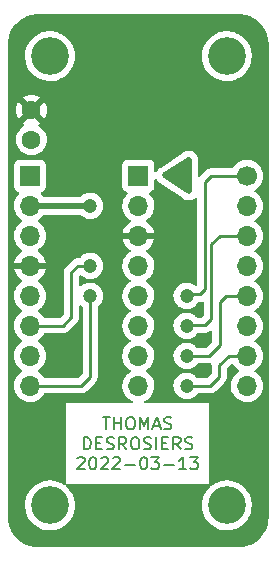
<source format=gtl>
%TF.GenerationSoftware,KiCad,Pcbnew,(6.0.0)*%
%TF.CreationDate,2022-03-13T20:34:54-04:00*%
%TF.ProjectId,JTAG_ISP-HDR,4a544147-5f49-4535-902d-4844522e6b69,v1.0.0*%
%TF.SameCoordinates,PX8924e3cPY3981160*%
%TF.FileFunction,Copper,L1,Top*%
%TF.FilePolarity,Positive*%
%FSLAX46Y46*%
G04 Gerber Fmt 4.6, Leading zero omitted, Abs format (unit mm)*
G04 Created by KiCad (PCBNEW (6.0.0)) date 2022-03-13 20:34:54*
%MOMM*%
%LPD*%
G01*
G04 APERTURE LIST*
%TA.AperFunction,NonConductor*%
%ADD10C,0.508000*%
%TD*%
%ADD11C,0.150000*%
%TA.AperFunction,NonConductor*%
%ADD12C,0.150000*%
%TD*%
%TA.AperFunction,ComponentPad*%
%ADD13C,3.200001*%
%TD*%
%TA.AperFunction,ComponentPad*%
%ADD14C,1.600000*%
%TD*%
%TA.AperFunction,ComponentPad*%
%ADD15R,1.700000X1.700000*%
%TD*%
%TA.AperFunction,ComponentPad*%
%ADD16O,1.700000X1.700000*%
%TD*%
%TA.AperFunction,ComponentPad*%
%ADD17C,1.700000*%
%TD*%
%TA.AperFunction,ViaPad*%
%ADD18C,1.200000*%
%TD*%
%TA.AperFunction,Conductor*%
%ADD19C,0.508000*%
%TD*%
%TA.AperFunction,Conductor*%
%ADD20C,0.250000*%
%TD*%
G04 APERTURE END LIST*
D10*
X16668988Y-16152432D02*
X15318988Y-15202432D01*
X16768988Y-14652432D02*
X15518988Y-15552432D01*
X16668988Y-14452432D02*
X16068988Y-15802432D01*
X16818986Y-13827427D02*
X16818986Y-16527437D01*
X14818990Y-15177427D02*
X16818986Y-16527437D01*
X16568988Y-14277432D02*
X16568988Y-16127432D01*
X16568988Y-14302432D02*
X15318988Y-15202432D01*
X16818986Y-13827427D02*
X14818981Y-15177427D01*
X16668988Y-14452432D02*
X15418988Y-15352432D01*
D11*
D12*
X9550000Y-35634500D02*
X10150000Y-35634500D01*
X9850000Y-36684500D02*
X9850000Y-35634500D01*
X10500000Y-36684500D02*
X10500000Y-35634500D01*
X10500000Y-36134500D02*
X11100000Y-36134500D01*
X11100000Y-36684500D02*
X11100000Y-35634500D01*
X11800000Y-35634500D02*
X12000000Y-35634500D01*
X12100000Y-35684500D01*
X12200000Y-35784500D01*
X12250000Y-35984500D01*
X12250000Y-36334500D01*
X12200000Y-36534500D01*
X12100000Y-36634500D01*
X12000000Y-36684500D01*
X11800000Y-36684500D01*
X11700000Y-36634500D01*
X11600000Y-36534500D01*
X11550000Y-36334500D01*
X11550000Y-35984500D01*
X11600000Y-35784500D01*
X11700000Y-35684500D01*
X11800000Y-35634500D01*
X12700000Y-36684500D02*
X12700000Y-35634500D01*
X13050000Y-36384500D01*
X13400000Y-35634500D01*
X13400000Y-36684500D01*
X13850000Y-36384500D02*
X14350000Y-36384500D01*
X13750000Y-36684500D02*
X14100000Y-35634500D01*
X14450000Y-36684500D01*
X14750000Y-36634500D02*
X14900000Y-36684500D01*
X15150000Y-36684500D01*
X15250000Y-36634500D01*
X15300000Y-36584500D01*
X15350000Y-36484500D01*
X15350000Y-36384500D01*
X15300000Y-36284500D01*
X15250000Y-36234500D01*
X15150000Y-36184500D01*
X14950000Y-36134500D01*
X14850000Y-36084500D01*
X14800000Y-36034500D01*
X14750000Y-35934500D01*
X14750000Y-35834500D01*
X14800000Y-35734500D01*
X14850000Y-35684500D01*
X14950000Y-35634500D01*
X15200000Y-35634500D01*
X15350000Y-35684500D01*
X7925000Y-38375000D02*
X7925000Y-37325000D01*
X8175000Y-37325000D01*
X8325000Y-37375000D01*
X8425000Y-37475000D01*
X8475000Y-37575000D01*
X8525000Y-37775000D01*
X8525000Y-37925000D01*
X8475000Y-38125000D01*
X8425000Y-38225000D01*
X8325000Y-38325000D01*
X8175000Y-38375000D01*
X7925000Y-38375000D01*
X8975000Y-37825000D02*
X9325000Y-37825000D01*
X9475000Y-38375000D02*
X8975000Y-38375000D01*
X8975000Y-37325000D01*
X9475000Y-37325000D01*
X9875000Y-38325000D02*
X10025000Y-38375000D01*
X10275000Y-38375000D01*
X10375000Y-38325000D01*
X10425000Y-38275000D01*
X10475000Y-38175000D01*
X10475000Y-38075000D01*
X10425000Y-37975000D01*
X10375000Y-37925000D01*
X10275000Y-37875000D01*
X10075000Y-37825000D01*
X9975000Y-37775000D01*
X9925000Y-37725000D01*
X9875000Y-37625000D01*
X9875000Y-37525000D01*
X9925000Y-37425000D01*
X9975000Y-37375000D01*
X10075000Y-37325000D01*
X10325000Y-37325000D01*
X10475000Y-37375000D01*
X11525000Y-38375000D02*
X11175000Y-37875000D01*
X10925000Y-38375000D02*
X10925000Y-37325000D01*
X11325000Y-37325000D01*
X11425000Y-37375000D01*
X11475000Y-37425000D01*
X11525000Y-37525000D01*
X11525000Y-37675000D01*
X11475000Y-37775000D01*
X11425000Y-37825000D01*
X11325000Y-37875000D01*
X10925000Y-37875000D01*
X12175000Y-37325000D02*
X12375000Y-37325000D01*
X12475000Y-37375000D01*
X12575000Y-37475000D01*
X12625000Y-37675000D01*
X12625000Y-38025000D01*
X12575000Y-38225000D01*
X12475000Y-38325000D01*
X12375000Y-38375000D01*
X12175000Y-38375000D01*
X12075000Y-38325000D01*
X11975000Y-38225000D01*
X11925000Y-38025000D01*
X11925000Y-37675000D01*
X11975000Y-37475000D01*
X12075000Y-37375000D01*
X12175000Y-37325000D01*
X13025000Y-38325000D02*
X13175000Y-38375000D01*
X13425000Y-38375000D01*
X13525000Y-38325000D01*
X13575000Y-38275000D01*
X13625000Y-38175000D01*
X13625000Y-38075000D01*
X13575000Y-37975000D01*
X13525000Y-37925000D01*
X13425000Y-37875000D01*
X13225000Y-37825000D01*
X13125000Y-37775000D01*
X13075000Y-37725000D01*
X13025000Y-37625000D01*
X13025000Y-37525000D01*
X13075000Y-37425000D01*
X13125000Y-37375000D01*
X13225000Y-37325000D01*
X13475000Y-37325000D01*
X13625000Y-37375000D01*
X14075000Y-38375000D02*
X14075000Y-37325000D01*
X14575000Y-37825000D02*
X14925000Y-37825000D01*
X15075000Y-38375000D02*
X14575000Y-38375000D01*
X14575000Y-37325000D01*
X15075000Y-37325000D01*
X16125000Y-38375000D02*
X15775000Y-37875000D01*
X15525000Y-38375000D02*
X15525000Y-37325000D01*
X15925000Y-37325000D01*
X16025000Y-37375000D01*
X16075000Y-37425000D01*
X16125000Y-37525000D01*
X16125000Y-37675000D01*
X16075000Y-37775000D01*
X16025000Y-37825000D01*
X15925000Y-37875000D01*
X15525000Y-37875000D01*
X16525000Y-38325000D02*
X16675000Y-38375000D01*
X16925000Y-38375000D01*
X17025000Y-38325000D01*
X17075000Y-38275000D01*
X17125000Y-38175000D01*
X17125000Y-38075000D01*
X17075000Y-37975000D01*
X17025000Y-37925000D01*
X16925000Y-37875000D01*
X16725000Y-37825000D01*
X16625000Y-37775000D01*
X16575000Y-37725000D01*
X16525000Y-37625000D01*
X16525000Y-37525000D01*
X16575000Y-37425000D01*
X16625000Y-37375000D01*
X16725000Y-37325000D01*
X16975000Y-37325000D01*
X17125000Y-37375000D01*
X7400000Y-39115500D02*
X7450000Y-39065500D01*
X7550000Y-39015500D01*
X7800000Y-39015500D01*
X7900000Y-39065500D01*
X7950000Y-39115500D01*
X8000000Y-39215500D01*
X8000000Y-39315500D01*
X7950000Y-39465500D01*
X7350000Y-40065500D01*
X8000000Y-40065500D01*
X8650000Y-39015500D02*
X8750000Y-39015500D01*
X8850000Y-39065500D01*
X8900000Y-39115500D01*
X8950000Y-39215500D01*
X9000000Y-39415500D01*
X9000000Y-39665500D01*
X8950000Y-39865500D01*
X8900000Y-39965500D01*
X8850000Y-40015500D01*
X8750000Y-40065500D01*
X8650000Y-40065500D01*
X8550000Y-40015500D01*
X8500000Y-39965500D01*
X8450000Y-39865500D01*
X8400000Y-39665500D01*
X8400000Y-39415500D01*
X8450000Y-39215500D01*
X8500000Y-39115500D01*
X8550000Y-39065500D01*
X8650000Y-39015500D01*
X9400000Y-39115500D02*
X9450000Y-39065500D01*
X9550000Y-39015500D01*
X9800000Y-39015500D01*
X9900000Y-39065500D01*
X9950000Y-39115500D01*
X10000000Y-39215500D01*
X10000000Y-39315500D01*
X9950000Y-39465500D01*
X9350000Y-40065500D01*
X10000000Y-40065500D01*
X10400000Y-39115500D02*
X10450000Y-39065500D01*
X10550000Y-39015500D01*
X10800000Y-39015500D01*
X10900000Y-39065500D01*
X10950000Y-39115500D01*
X11000000Y-39215500D01*
X11000000Y-39315500D01*
X10950000Y-39465500D01*
X10350000Y-40065500D01*
X11000000Y-40065500D01*
X11450000Y-39665500D02*
X12250000Y-39665500D01*
X12950000Y-39015500D02*
X13050000Y-39015500D01*
X13150000Y-39065500D01*
X13200000Y-39115500D01*
X13250000Y-39215500D01*
X13300000Y-39415500D01*
X13300000Y-39665500D01*
X13250000Y-39865500D01*
X13200000Y-39965500D01*
X13150000Y-40015500D01*
X13050000Y-40065500D01*
X12950000Y-40065500D01*
X12850000Y-40015500D01*
X12800000Y-39965500D01*
X12750000Y-39865500D01*
X12700000Y-39665500D01*
X12700000Y-39415500D01*
X12750000Y-39215500D01*
X12800000Y-39115500D01*
X12850000Y-39065500D01*
X12950000Y-39015500D01*
X13650000Y-39015500D02*
X14300000Y-39015500D01*
X13950000Y-39415500D01*
X14100000Y-39415500D01*
X14200000Y-39465500D01*
X14250000Y-39515500D01*
X14300000Y-39615500D01*
X14300000Y-39865500D01*
X14250000Y-39965500D01*
X14200000Y-40015500D01*
X14100000Y-40065500D01*
X13800000Y-40065500D01*
X13700000Y-40015500D01*
X13650000Y-39965500D01*
X14750000Y-39665500D02*
X15550000Y-39665500D01*
X16600000Y-40065500D02*
X16000000Y-40065500D01*
X16300000Y-40065500D02*
X16300000Y-39015500D01*
X16200000Y-39165500D01*
X16100000Y-39265500D01*
X16000000Y-39315500D01*
X16950000Y-39015500D02*
X17600000Y-39015500D01*
X17250000Y-39415500D01*
X17400000Y-39415500D01*
X17500000Y-39465500D01*
X17550000Y-39515500D01*
X17600000Y-39615500D01*
X17600000Y-39865500D01*
X17550000Y-39965500D01*
X17500000Y-40015500D01*
X17400000Y-40065500D01*
X17100000Y-40065500D01*
X17000000Y-40015500D01*
X16950000Y-39965500D01*
D13*
%TO.P,REF\u002A\u002A,*%
%TO.N,*%
X5065990Y-5066012D03*
%TD*%
%TO.P,REF\u002A\u002A,*%
%TO.N,*%
X20043988Y-43102432D03*
%TD*%
D14*
%TO.P,C1,1*%
%TO.N,+5V*%
X3500000Y-12150000D03*
%TO.P,C1,2*%
%TO.N,GND*%
X3500000Y-9650000D03*
%TD*%
D13*
%TO.P,REF\u002A\u002A,*%
%TO.N,*%
X5065990Y-43102432D03*
%TD*%
D15*
%TO.P,JTAG1,1,#MCLR*%
%TO.N,unconnected-(JTAG1-Pad1)*%
X12554989Y-15208192D03*
D16*
%TO.P,JTAG1,2,VDD*%
%TO.N,+5V*%
X12554989Y-17748192D03*
%TO.P,JTAG1,3,GND*%
%TO.N,GND*%
X12554989Y-20288192D03*
%TO.P,JTAG1,4,TDO*%
%TO.N,Net-(J1-Pad6)*%
X12554989Y-22828192D03*
%TO.P,JTAG1,5,TCK*%
%TO.N,Net-(J1-Pad8)*%
X12554989Y-25368192D03*
%TO.P,JTAG1,6,#RESET*%
%TO.N,Net-(J2-Pad3)*%
X12554989Y-27908192D03*
%TO.P,JTAG1,7,TDI*%
%TO.N,Net-(J2-Pad5)*%
X12554989Y-30448192D03*
%TO.P,JTAG1,8,TMS*%
%TO.N,Net-(J2-Pad7)*%
X12554989Y-32988192D03*
%TD*%
D13*
%TO.P,REF\u002A\u002A,*%
%TO.N,*%
X20043988Y-5066012D03*
%TD*%
D17*
%TO.P,J2,1,Pin_1*%
%TO.N,Net-(J1-Pad8)*%
X21735989Y-15208192D03*
D16*
%TO.P,J2,2,Pin_2*%
%TO.N,unconnected-(J2-Pad2)*%
X21735989Y-17748192D03*
%TO.P,J2,3,Pin_3*%
%TO.N,Net-(J2-Pad3)*%
X21735989Y-20288192D03*
%TO.P,J2,4,Pin_4*%
%TO.N,unconnected-(J2-Pad4)*%
X21735989Y-22828192D03*
%TO.P,J2,5,Pin_5*%
%TO.N,Net-(J2-Pad5)*%
X21735989Y-25368192D03*
%TO.P,J2,6,Pin_6*%
%TO.N,unconnected-(J2-Pad6)*%
X21735989Y-27908192D03*
%TO.P,J2,7,Pin_7*%
%TO.N,Net-(J2-Pad7)*%
X21735989Y-30448192D03*
%TO.P,J2,8,Pin_8*%
%TO.N,unconnected-(J2-Pad8)*%
X21735989Y-32988192D03*
%TD*%
D15*
%TO.P,J1,1,Pin_1*%
%TO.N,unconnected-(J1-Pad1)*%
X3373989Y-15208192D03*
D16*
%TO.P,J1,2,Pin_2*%
%TO.N,+5V*%
X3373989Y-17748192D03*
%TO.P,J1,3,Pin_3*%
%TO.N,unconnected-(J1-Pad3)*%
X3373989Y-20288192D03*
%TO.P,J1,4,Pin_4*%
%TO.N,GND*%
X3373989Y-22828192D03*
%TO.P,J1,5,Pin_5*%
%TO.N,unconnected-(J1-Pad5)*%
X3373989Y-25368192D03*
%TO.P,J1,6,Pin_6*%
%TO.N,Net-(J1-Pad6)*%
X3373989Y-27908192D03*
%TO.P,J1,7,Pin_7*%
%TO.N,unconnected-(J1-Pad7)*%
X3373989Y-30448192D03*
%TO.P,J1,8,Pin_8*%
%TO.N,Net-(J1-Pad8)*%
X3373989Y-32988192D03*
%TD*%
D18*
%TO.N,+5V*%
X8468228Y-17748192D03*
%TO.N,GND*%
X6493988Y-30402432D03*
%TO.N,Net-(J1-Pad6)*%
X8468228Y-22828192D03*
%TO.N,Net-(J1-Pad8)*%
X8468228Y-25368192D03*
X16641750Y-25368192D03*
%TO.N,Net-(J2-Pad3)*%
X16641750Y-27908192D03*
%TO.N,Net-(J2-Pad5)*%
X16641750Y-30448192D03*
%TO.N,Net-(J2-Pad7)*%
X16641750Y-32988192D03*
%TD*%
D19*
%TO.N,+5V*%
X3373989Y-17748192D02*
X8468228Y-17748192D01*
D20*
%TO.N,Net-(J1-Pad6)*%
X6893988Y-27152432D02*
X6893988Y-23352432D01*
X6893988Y-23352432D02*
X7418228Y-22828192D01*
X7418228Y-22828192D02*
X8468228Y-22828192D01*
X3373989Y-27908192D02*
X6138228Y-27908192D01*
X6138228Y-27908192D02*
X6893988Y-27152432D01*
%TO.N,Net-(J1-Pad8)*%
X3373989Y-32988192D02*
X7708228Y-32988192D01*
X16641750Y-25368192D02*
X16757510Y-25252432D01*
X16757510Y-25252432D02*
X17743988Y-25252432D01*
X18193988Y-15752432D02*
X18743988Y-15202432D01*
X7708228Y-32988192D02*
X8468228Y-32228192D01*
X17743988Y-25252432D02*
X18193988Y-24802432D01*
X8468228Y-32228192D02*
X8468228Y-25368192D01*
X18743988Y-15202432D02*
X18749748Y-15208192D01*
X18749748Y-15208192D02*
X21735989Y-15208192D01*
X18193988Y-24802432D02*
X18193988Y-15752432D01*
%TO.N,Net-(J2-Pad3)*%
X16641750Y-27908192D02*
X16697510Y-27852432D01*
X19458228Y-20288192D02*
X21735989Y-20288192D01*
X18743988Y-21002432D02*
X19458228Y-20288192D01*
X18193988Y-27852432D02*
X18743988Y-27302432D01*
X16697510Y-27852432D02*
X18193988Y-27852432D01*
X18743988Y-27302432D02*
X18743988Y-21002432D01*
%TO.N,Net-(J2-Pad5)*%
X19443988Y-25902432D02*
X19978228Y-25368192D01*
X19978228Y-25368192D02*
X21735989Y-25368192D01*
X16641750Y-30448192D02*
X18548228Y-30448192D01*
X18548228Y-30448192D02*
X19443988Y-29552432D01*
X19443988Y-29552432D02*
X19443988Y-25902432D01*
%TO.N,Net-(J2-Pad7)*%
X16641750Y-32988192D02*
X18658228Y-32988192D01*
X18658228Y-32988192D02*
X19393988Y-32252432D01*
X20198228Y-30448192D02*
X21735989Y-30448192D01*
X19393988Y-32252432D02*
X19393988Y-31252432D01*
X19393988Y-31252432D02*
X20198228Y-30448192D01*
%TD*%
%TA.AperFunction,Conductor*%
%TO.N,GND*%
G36*
X21064045Y-1525512D02*
G01*
X21078846Y-1527817D01*
X21078849Y-1527817D01*
X21087718Y-1529198D01*
X21104887Y-1526953D01*
X21128827Y-1526120D01*
X21386758Y-1541722D01*
X21401862Y-1543556D01*
X21472636Y-1556526D01*
X21682867Y-1595052D01*
X21697629Y-1598690D01*
X21970396Y-1683687D01*
X21984615Y-1689081D01*
X22245128Y-1806328D01*
X22258597Y-1813397D01*
X22503083Y-1961194D01*
X22515605Y-1969837D01*
X22740495Y-2146028D01*
X22751883Y-2156118D01*
X22953882Y-2358117D01*
X22963972Y-2369505D01*
X23140163Y-2594395D01*
X23148806Y-2606917D01*
X23296603Y-2851403D01*
X23303672Y-2864872D01*
X23396056Y-3070141D01*
X23420918Y-3125382D01*
X23426313Y-3139604D01*
X23485135Y-3328369D01*
X23511309Y-3412365D01*
X23514948Y-3427133D01*
X23530194Y-3510325D01*
X23566444Y-3708138D01*
X23568278Y-3723242D01*
X23583443Y-3973941D01*
X23582186Y-4000651D01*
X23582183Y-4000871D01*
X23580802Y-4009742D01*
X23581966Y-4018644D01*
X23581966Y-4018647D01*
X23584924Y-4041263D01*
X23585988Y-4057601D01*
X23585988Y-44103104D01*
X23584488Y-44122488D01*
X23580802Y-44146162D01*
X23582442Y-44158702D01*
X23583047Y-44163329D01*
X23583880Y-44187271D01*
X23568278Y-44445202D01*
X23566444Y-44460306D01*
X23526979Y-44675665D01*
X23514950Y-44741305D01*
X23511310Y-44756073D01*
X23436205Y-44997095D01*
X23426314Y-45028836D01*
X23420919Y-45043059D01*
X23344684Y-45212448D01*
X23303674Y-45303568D01*
X23296603Y-45317041D01*
X23148806Y-45561527D01*
X23140163Y-45574049D01*
X22963972Y-45798939D01*
X22953882Y-45810327D01*
X22751883Y-46012326D01*
X22740495Y-46022416D01*
X22515605Y-46198607D01*
X22503083Y-46207250D01*
X22258597Y-46355047D01*
X22245128Y-46362116D01*
X21984618Y-46479362D01*
X21970396Y-46484757D01*
X21697629Y-46569754D01*
X21682867Y-46573392D01*
X21472636Y-46611918D01*
X21401862Y-46624888D01*
X21386758Y-46626722D01*
X21136059Y-46641887D01*
X21109349Y-46640630D01*
X21109129Y-46640627D01*
X21100258Y-46639246D01*
X21091356Y-46640410D01*
X21091353Y-46640410D01*
X21068737Y-46643368D01*
X21052399Y-46644432D01*
X4065318Y-46644432D01*
X4045933Y-46642932D01*
X4031132Y-46640627D01*
X4031129Y-46640627D01*
X4022260Y-46639246D01*
X4005091Y-46641491D01*
X3981151Y-46642324D01*
X3723220Y-46626722D01*
X3708116Y-46624888D01*
X3637342Y-46611918D01*
X3427111Y-46573392D01*
X3412349Y-46569754D01*
X3139582Y-46484757D01*
X3125360Y-46479362D01*
X2864850Y-46362116D01*
X2851381Y-46355047D01*
X2606895Y-46207250D01*
X2594373Y-46198607D01*
X2369483Y-46022416D01*
X2358095Y-46012326D01*
X2156096Y-45810327D01*
X2146006Y-45798939D01*
X1969815Y-45574049D01*
X1961172Y-45561527D01*
X1813375Y-45317041D01*
X1806304Y-45303568D01*
X1765295Y-45212448D01*
X1689059Y-45043059D01*
X1683664Y-45028836D01*
X1673773Y-44997095D01*
X1598668Y-44756073D01*
X1595028Y-44741305D01*
X1583000Y-44675665D01*
X1543534Y-44460306D01*
X1541700Y-44445202D01*
X1526535Y-44194503D01*
X1527792Y-44167793D01*
X1527795Y-44167573D01*
X1529176Y-44158702D01*
X1527537Y-44146162D01*
X1525054Y-44127181D01*
X1523990Y-44110843D01*
X1523990Y-43080301D01*
X2952679Y-43080301D01*
X2969228Y-43367315D01*
X2970053Y-43371520D01*
X2970054Y-43371528D01*
X3002000Y-43534353D01*
X3024576Y-43649427D01*
X3025963Y-43653477D01*
X3025964Y-43653482D01*
X3116311Y-43917362D01*
X3117700Y-43921418D01*
X3119627Y-43925249D01*
X3241614Y-44167793D01*
X3246875Y-44178254D01*
X3409711Y-44415182D01*
X3412598Y-44418355D01*
X3412599Y-44418356D01*
X3453319Y-44463107D01*
X3603196Y-44627820D01*
X3606491Y-44630575D01*
X3606492Y-44630576D01*
X3756593Y-44756079D01*
X3823749Y-44812230D01*
X4067288Y-44965003D01*
X4329308Y-45083309D01*
X4333427Y-45084529D01*
X4600847Y-45163743D01*
X4600852Y-45163744D01*
X4604960Y-45164961D01*
X4609194Y-45165609D01*
X4609199Y-45165610D01*
X4857801Y-45203651D01*
X4889143Y-45208447D01*
X5035475Y-45210746D01*
X5172307Y-45212896D01*
X5172313Y-45212896D01*
X5176598Y-45212963D01*
X5180850Y-45212448D01*
X5180858Y-45212448D01*
X5457746Y-45178940D01*
X5457751Y-45178939D01*
X5462007Y-45178424D01*
X5740087Y-45105471D01*
X6005694Y-44995453D01*
X6253912Y-44850406D01*
X6480149Y-44673014D01*
X6521275Y-44630576D01*
X6677234Y-44469638D01*
X6680217Y-44466560D01*
X6682750Y-44463112D01*
X6682754Y-44463107D01*
X6847877Y-44238318D01*
X6850415Y-44234863D01*
X6872329Y-44194503D01*
X6985544Y-43985987D01*
X6985545Y-43985985D01*
X6987594Y-43982211D01*
X7089215Y-43713280D01*
X7153397Y-43433045D01*
X7178953Y-43146692D01*
X7179417Y-43102432D01*
X7177908Y-43080301D01*
X17930677Y-43080301D01*
X17947226Y-43367315D01*
X17948051Y-43371520D01*
X17948052Y-43371528D01*
X17979998Y-43534353D01*
X18002574Y-43649427D01*
X18003961Y-43653477D01*
X18003962Y-43653482D01*
X18094309Y-43917362D01*
X18095698Y-43921418D01*
X18097625Y-43925249D01*
X18219612Y-44167793D01*
X18224873Y-44178254D01*
X18387709Y-44415182D01*
X18390596Y-44418355D01*
X18390597Y-44418356D01*
X18431317Y-44463107D01*
X18581194Y-44627820D01*
X18584489Y-44630575D01*
X18584490Y-44630576D01*
X18734591Y-44756079D01*
X18801747Y-44812230D01*
X19045286Y-44965003D01*
X19307306Y-45083309D01*
X19311425Y-45084529D01*
X19578845Y-45163743D01*
X19578850Y-45163744D01*
X19582958Y-45164961D01*
X19587192Y-45165609D01*
X19587197Y-45165610D01*
X19835799Y-45203651D01*
X19867141Y-45208447D01*
X20013473Y-45210746D01*
X20150305Y-45212896D01*
X20150311Y-45212896D01*
X20154596Y-45212963D01*
X20158848Y-45212448D01*
X20158856Y-45212448D01*
X20435744Y-45178940D01*
X20435749Y-45178939D01*
X20440005Y-45178424D01*
X20718085Y-45105471D01*
X20983692Y-44995453D01*
X21231910Y-44850406D01*
X21458147Y-44673014D01*
X21499273Y-44630576D01*
X21655232Y-44469638D01*
X21658215Y-44466560D01*
X21660748Y-44463112D01*
X21660752Y-44463107D01*
X21825875Y-44238318D01*
X21828413Y-44234863D01*
X21850327Y-44194503D01*
X21963542Y-43985987D01*
X21963543Y-43985985D01*
X21965592Y-43982211D01*
X22067213Y-43713280D01*
X22131395Y-43433045D01*
X22156951Y-43146692D01*
X22157415Y-43102432D01*
X22137861Y-42815607D01*
X22133324Y-42793696D01*
X22080431Y-42538287D01*
X22079562Y-42534090D01*
X21983595Y-42263089D01*
X21851738Y-42007620D01*
X21838476Y-41988749D01*
X21688892Y-41775914D01*
X21686429Y-41772409D01*
X21490728Y-41561810D01*
X21268256Y-41379719D01*
X21023130Y-41229505D01*
X21005036Y-41221562D01*
X20763818Y-41115675D01*
X20759886Y-41113949D01*
X20733951Y-41106561D01*
X20487522Y-41036364D01*
X20487523Y-41036364D01*
X20483394Y-41035188D01*
X20270692Y-41004917D01*
X20203024Y-40995286D01*
X20203022Y-40995286D01*
X20198772Y-40994681D01*
X20194483Y-40994659D01*
X20194476Y-40994658D01*
X19915571Y-40993197D01*
X19915564Y-40993197D01*
X19911285Y-40993175D01*
X19907041Y-40993734D01*
X19907037Y-40993734D01*
X19781648Y-41010242D01*
X19626254Y-41030700D01*
X19622114Y-41031833D01*
X19622112Y-41031833D01*
X19545299Y-41052847D01*
X19348952Y-41106561D01*
X19345004Y-41108245D01*
X19088464Y-41217669D01*
X19088460Y-41217671D01*
X19084512Y-41219355D01*
X19011525Y-41263037D01*
X18841509Y-41364789D01*
X18841505Y-41364792D01*
X18837827Y-41366993D01*
X18834484Y-41369671D01*
X18834480Y-41369674D01*
X18821942Y-41379719D01*
X18729860Y-41453491D01*
X18664192Y-41480472D01*
X18659572Y-41479625D01*
X18657476Y-41494200D01*
X18621641Y-41540191D01*
X18616802Y-41544067D01*
X18616801Y-41544068D01*
X18613460Y-41546745D01*
X18415565Y-41755283D01*
X18247802Y-41988749D01*
X18113276Y-42242824D01*
X18014477Y-42512805D01*
X17953233Y-42793696D01*
X17930677Y-43080301D01*
X7177908Y-43080301D01*
X7159863Y-42815607D01*
X7155326Y-42793696D01*
X7102433Y-42538287D01*
X7101564Y-42534090D01*
X7005597Y-42263089D01*
X6873740Y-42007620D01*
X6860478Y-41988749D01*
X6710894Y-41775914D01*
X6708431Y-41772409D01*
X6512730Y-41561810D01*
X6488837Y-41542254D01*
X6448792Y-41483630D01*
X6446798Y-41412661D01*
X6483489Y-41351880D01*
X6547216Y-41320585D01*
X6568643Y-41318750D01*
X18533000Y-41318750D01*
X18533000Y-34481250D01*
X13138969Y-34481250D01*
X13070848Y-34461248D01*
X13024355Y-34407592D01*
X13014251Y-34337318D01*
X13043745Y-34272738D01*
X13083537Y-34242099D01*
X13248335Y-34161365D01*
X13252983Y-34159088D01*
X13434849Y-34029365D01*
X13461937Y-34002372D01*
X13589424Y-33875329D01*
X13593085Y-33871681D01*
X13603954Y-33856556D01*
X13720424Y-33694469D01*
X13723442Y-33690269D01*
X13727134Y-33682800D01*
X13820125Y-33494645D01*
X13820126Y-33494643D01*
X13822419Y-33490003D01*
X13887359Y-33276261D01*
X13916518Y-33054782D01*
X13918145Y-32988192D01*
X13899841Y-32765553D01*
X13845420Y-32548894D01*
X13756343Y-32344032D01*
X13662076Y-32198317D01*
X13637811Y-32160809D01*
X13637809Y-32160806D01*
X13635003Y-32156469D01*
X13484659Y-31991243D01*
X13480608Y-31988044D01*
X13480604Y-31988040D01*
X13313403Y-31855992D01*
X13313399Y-31855990D01*
X13309348Y-31852790D01*
X13268042Y-31829988D01*
X13218073Y-31779556D01*
X13203301Y-31710113D01*
X13228417Y-31643708D01*
X13255769Y-31617101D01*
X13299592Y-31585842D01*
X13434849Y-31489365D01*
X13461937Y-31462372D01*
X13589424Y-31335329D01*
X13593085Y-31331681D01*
X13603954Y-31316556D01*
X13720424Y-31154469D01*
X13723442Y-31150269D01*
X13734882Y-31127123D01*
X13820125Y-30954645D01*
X13820126Y-30954643D01*
X13822419Y-30950003D01*
X13887359Y-30736261D01*
X13916518Y-30514782D01*
X13918145Y-30448192D01*
X13899841Y-30225553D01*
X13845420Y-30008894D01*
X13756343Y-29804032D01*
X13661316Y-29657142D01*
X13637811Y-29620809D01*
X13637809Y-29620806D01*
X13635003Y-29616469D01*
X13484659Y-29451243D01*
X13480608Y-29448044D01*
X13480604Y-29448040D01*
X13313403Y-29315992D01*
X13313399Y-29315990D01*
X13309348Y-29312790D01*
X13268042Y-29289988D01*
X13218073Y-29239556D01*
X13203301Y-29170113D01*
X13228417Y-29103708D01*
X13255769Y-29077101D01*
X13299592Y-29045842D01*
X13434849Y-28949365D01*
X13461937Y-28922372D01*
X13589424Y-28795329D01*
X13593085Y-28791681D01*
X13603954Y-28776556D01*
X13720424Y-28614469D01*
X13723442Y-28610269D01*
X13727134Y-28602800D01*
X13820125Y-28414645D01*
X13820126Y-28414643D01*
X13822419Y-28410003D01*
X13887359Y-28196261D01*
X13916518Y-27974782D01*
X13918145Y-27908192D01*
X13899841Y-27685553D01*
X13845420Y-27468894D01*
X13756343Y-27264032D01*
X13664819Y-27122557D01*
X13637811Y-27080809D01*
X13637809Y-27080806D01*
X13635003Y-27076469D01*
X13484659Y-26911243D01*
X13480608Y-26908044D01*
X13480604Y-26908040D01*
X13313403Y-26775992D01*
X13313399Y-26775990D01*
X13309348Y-26772790D01*
X13268042Y-26749988D01*
X13218073Y-26699556D01*
X13203301Y-26630113D01*
X13228417Y-26563708D01*
X13255769Y-26537101D01*
X13299592Y-26505842D01*
X13434849Y-26409365D01*
X13461937Y-26382372D01*
X13546551Y-26298053D01*
X13593085Y-26251681D01*
X13603954Y-26236556D01*
X13720424Y-26074469D01*
X13723442Y-26070269D01*
X13727600Y-26061857D01*
X13820125Y-25874645D01*
X13820126Y-25874643D01*
X13822419Y-25870003D01*
X13887359Y-25656261D01*
X13916518Y-25434782D01*
X13916632Y-25430129D01*
X13918063Y-25371557D01*
X13918063Y-25371553D01*
X13918145Y-25368192D01*
X13899841Y-25145553D01*
X13845420Y-24928894D01*
X13756343Y-24724032D01*
X13674859Y-24598077D01*
X13637811Y-24540809D01*
X13637809Y-24540806D01*
X13635003Y-24536469D01*
X13484659Y-24371243D01*
X13480608Y-24368044D01*
X13480604Y-24368040D01*
X13313403Y-24235992D01*
X13313399Y-24235990D01*
X13309348Y-24232790D01*
X13268042Y-24209988D01*
X13218073Y-24159556D01*
X13203301Y-24090113D01*
X13228417Y-24023708D01*
X13255769Y-23997101D01*
X13299592Y-23965842D01*
X13434849Y-23869365D01*
X13461937Y-23842372D01*
X13589424Y-23715329D01*
X13593085Y-23711681D01*
X13603954Y-23696556D01*
X13720424Y-23534469D01*
X13723442Y-23530269D01*
X13761287Y-23453696D01*
X13820125Y-23334645D01*
X13820126Y-23334643D01*
X13822419Y-23330003D01*
X13887359Y-23116261D01*
X13916518Y-22894782D01*
X13916632Y-22890129D01*
X13918063Y-22831557D01*
X13918063Y-22831553D01*
X13918145Y-22828192D01*
X13899841Y-22605553D01*
X13845420Y-22388894D01*
X13756343Y-22184032D01*
X13635003Y-21996469D01*
X13484659Y-21831243D01*
X13480608Y-21828044D01*
X13480604Y-21828040D01*
X13313403Y-21695992D01*
X13313399Y-21695990D01*
X13309348Y-21692790D01*
X13267558Y-21669721D01*
X13217587Y-21619289D01*
X13202815Y-21549846D01*
X13227931Y-21483440D01*
X13255283Y-21456833D01*
X13430317Y-21331984D01*
X13438189Y-21325331D01*
X13589041Y-21175004D01*
X13595719Y-21167157D01*
X13719992Y-20994212D01*
X13725302Y-20985375D01*
X13819659Y-20794459D01*
X13823458Y-20784864D01*
X13885366Y-20581102D01*
X13887544Y-20571029D01*
X13888975Y-20560154D01*
X13886764Y-20545970D01*
X13873606Y-20542192D01*
X11238214Y-20542192D01*
X11224683Y-20546165D01*
X11223246Y-20556158D01*
X11253554Y-20690638D01*
X11256634Y-20700467D01*
X11336759Y-20897795D01*
X11341402Y-20906986D01*
X11452683Y-21088580D01*
X11458766Y-21096891D01*
X11598202Y-21257859D01*
X11605569Y-21265075D01*
X11769423Y-21401108D01*
X11777870Y-21407023D01*
X11846958Y-21447395D01*
X11895682Y-21499034D01*
X11908753Y-21568817D01*
X11882022Y-21634588D01*
X11841573Y-21667944D01*
X11828596Y-21674699D01*
X11824463Y-21677802D01*
X11824460Y-21677804D01*
X11715438Y-21759660D01*
X11649954Y-21808827D01*
X11646382Y-21812565D01*
X11519832Y-21944992D01*
X11495618Y-21970330D01*
X11492704Y-21974602D01*
X11492703Y-21974603D01*
X11480393Y-21992649D01*
X11369732Y-22154872D01*
X11275677Y-22357497D01*
X11215978Y-22572762D01*
X11192240Y-22794887D01*
X11192537Y-22800040D01*
X11192537Y-22800043D01*
X11202747Y-22977111D01*
X11205099Y-23017907D01*
X11206236Y-23022953D01*
X11206237Y-23022959D01*
X11220438Y-23085970D01*
X11254211Y-23235831D01*
X11338255Y-23442808D01*
X11388852Y-23525375D01*
X11446268Y-23619069D01*
X11454976Y-23633280D01*
X11601239Y-23802130D01*
X11704947Y-23888230D01*
X11766204Y-23939086D01*
X11773115Y-23944824D01*
X11843584Y-23986003D01*
X11846434Y-23987668D01*
X11895158Y-24039306D01*
X11908229Y-24109089D01*
X11881498Y-24174861D01*
X11841044Y-24208219D01*
X11828596Y-24214699D01*
X11824463Y-24217802D01*
X11824460Y-24217804D01*
X11715438Y-24299660D01*
X11649954Y-24348827D01*
X11646382Y-24352565D01*
X11519832Y-24484992D01*
X11495618Y-24510330D01*
X11369732Y-24694872D01*
X11335703Y-24768181D01*
X11282998Y-24881726D01*
X11275677Y-24897497D01*
X11215978Y-25112762D01*
X11192240Y-25334887D01*
X11192537Y-25340040D01*
X11192537Y-25340043D01*
X11198000Y-25434782D01*
X11205099Y-25557907D01*
X11206236Y-25562953D01*
X11206237Y-25562959D01*
X11220912Y-25628075D01*
X11254211Y-25775831D01*
X11297770Y-25883105D01*
X11334709Y-25974074D01*
X11338255Y-25982808D01*
X11386696Y-26061857D01*
X11452280Y-26168880D01*
X11454976Y-26173280D01*
X11601239Y-26342130D01*
X11704947Y-26428230D01*
X11766204Y-26479086D01*
X11773115Y-26484824D01*
X11843584Y-26526003D01*
X11846434Y-26527668D01*
X11895158Y-26579306D01*
X11908229Y-26649089D01*
X11881498Y-26714861D01*
X11841044Y-26748219D01*
X11828596Y-26754699D01*
X11824463Y-26757802D01*
X11824460Y-26757804D01*
X11717866Y-26837837D01*
X11649954Y-26888827D01*
X11646382Y-26892565D01*
X11519832Y-27024992D01*
X11495618Y-27050330D01*
X11369732Y-27234872D01*
X11328943Y-27322744D01*
X11295667Y-27394433D01*
X11275677Y-27437497D01*
X11215978Y-27652762D01*
X11192240Y-27874887D01*
X11192537Y-27880040D01*
X11192537Y-27880043D01*
X11198000Y-27974782D01*
X11205099Y-28097907D01*
X11206236Y-28102953D01*
X11206237Y-28102959D01*
X11212745Y-28131836D01*
X11254211Y-28315831D01*
X11309009Y-28450783D01*
X11331651Y-28506543D01*
X11338255Y-28522808D01*
X11357805Y-28554710D01*
X11446268Y-28699069D01*
X11454976Y-28713280D01*
X11601239Y-28882130D01*
X11704947Y-28968230D01*
X11766204Y-29019086D01*
X11773115Y-29024824D01*
X11843584Y-29066003D01*
X11846434Y-29067668D01*
X11895158Y-29119306D01*
X11908229Y-29189089D01*
X11881498Y-29254861D01*
X11841044Y-29288219D01*
X11828596Y-29294699D01*
X11824463Y-29297802D01*
X11824460Y-29297804D01*
X11715438Y-29379660D01*
X11649954Y-29428827D01*
X11646382Y-29432565D01*
X11519832Y-29564992D01*
X11495618Y-29590330D01*
X11492704Y-29594602D01*
X11492703Y-29594603D01*
X11461638Y-29640143D01*
X11369732Y-29774872D01*
X11275677Y-29977497D01*
X11215978Y-30192762D01*
X11192240Y-30414887D01*
X11192537Y-30420040D01*
X11192537Y-30420043D01*
X11198000Y-30514782D01*
X11205099Y-30637907D01*
X11206236Y-30642953D01*
X11206237Y-30642959D01*
X11226108Y-30731131D01*
X11254211Y-30855831D01*
X11292450Y-30950003D01*
X11327389Y-31036047D01*
X11338255Y-31062808D01*
X11374666Y-31122226D01*
X11452280Y-31248880D01*
X11454976Y-31253280D01*
X11601239Y-31422130D01*
X11704947Y-31508230D01*
X11766204Y-31559086D01*
X11773115Y-31564824D01*
X11843584Y-31606003D01*
X11846434Y-31607668D01*
X11895158Y-31659306D01*
X11908229Y-31729089D01*
X11881498Y-31794861D01*
X11841044Y-31828219D01*
X11828596Y-31834699D01*
X11824463Y-31837802D01*
X11824460Y-31837804D01*
X11654089Y-31965722D01*
X11649954Y-31968827D01*
X11646382Y-31972565D01*
X11519832Y-32104992D01*
X11495618Y-32130330D01*
X11369732Y-32314872D01*
X11330912Y-32398502D01*
X11280453Y-32507209D01*
X11275677Y-32517497D01*
X11215978Y-32732762D01*
X11192240Y-32954887D01*
X11192537Y-32960040D01*
X11192537Y-32960043D01*
X11198000Y-33054782D01*
X11205099Y-33177907D01*
X11206236Y-33182953D01*
X11206237Y-33182959D01*
X11226108Y-33271131D01*
X11254211Y-33395831D01*
X11312577Y-33539571D01*
X11331651Y-33586543D01*
X11338255Y-33602808D01*
X11353410Y-33627539D01*
X11446268Y-33779069D01*
X11454976Y-33793280D01*
X11601239Y-33962130D01*
X11704947Y-34048230D01*
X11766204Y-34099086D01*
X11773115Y-34104824D01*
X11965989Y-34217530D01*
X11970814Y-34219372D01*
X11970815Y-34219373D01*
X12018390Y-34237540D01*
X12074893Y-34280528D01*
X12099186Y-34347239D01*
X12083556Y-34416493D01*
X12032965Y-34466304D01*
X11973441Y-34481250D01*
X6467000Y-34481250D01*
X6467000Y-41263037D01*
X6446998Y-41331158D01*
X6393342Y-41377651D01*
X6323068Y-41387755D01*
X6275165Y-41370470D01*
X6265895Y-41364789D01*
X6045132Y-41229505D01*
X6027038Y-41221562D01*
X5785820Y-41115675D01*
X5781888Y-41113949D01*
X5755953Y-41106561D01*
X5509524Y-41036364D01*
X5509525Y-41036364D01*
X5505396Y-41035188D01*
X5292694Y-41004917D01*
X5225026Y-40995286D01*
X5225024Y-40995286D01*
X5220774Y-40994681D01*
X5216485Y-40994659D01*
X5216478Y-40994658D01*
X4937573Y-40993197D01*
X4937566Y-40993197D01*
X4933287Y-40993175D01*
X4929043Y-40993734D01*
X4929039Y-40993734D01*
X4803650Y-41010242D01*
X4648256Y-41030700D01*
X4644116Y-41031833D01*
X4644114Y-41031833D01*
X4567301Y-41052847D01*
X4370954Y-41106561D01*
X4367006Y-41108245D01*
X4110466Y-41217669D01*
X4110462Y-41217671D01*
X4106514Y-41219355D01*
X4033527Y-41263037D01*
X3863511Y-41364789D01*
X3863507Y-41364792D01*
X3859829Y-41366993D01*
X3635462Y-41546745D01*
X3437567Y-41755283D01*
X3269804Y-41988749D01*
X3135278Y-42242824D01*
X3036479Y-42512805D01*
X2975235Y-42793696D01*
X2952679Y-43080301D01*
X1523990Y-43080301D01*
X1523990Y-32954887D01*
X2011240Y-32954887D01*
X2011537Y-32960040D01*
X2011537Y-32960043D01*
X2017000Y-33054782D01*
X2024099Y-33177907D01*
X2025236Y-33182953D01*
X2025237Y-33182959D01*
X2045108Y-33271131D01*
X2073211Y-33395831D01*
X2131577Y-33539571D01*
X2150651Y-33586543D01*
X2157255Y-33602808D01*
X2172410Y-33627539D01*
X2265268Y-33779069D01*
X2273976Y-33793280D01*
X2420239Y-33962130D01*
X2523947Y-34048230D01*
X2585204Y-34099086D01*
X2592115Y-34104824D01*
X2784989Y-34217530D01*
X2993681Y-34297222D01*
X2998749Y-34298253D01*
X2998752Y-34298254D01*
X3106006Y-34320075D01*
X3212586Y-34341759D01*
X3217761Y-34341949D01*
X3217763Y-34341949D01*
X3430662Y-34349756D01*
X3430666Y-34349756D01*
X3435826Y-34349945D01*
X3440946Y-34349289D01*
X3440948Y-34349289D01*
X3652277Y-34322217D01*
X3652278Y-34322217D01*
X3657405Y-34321560D01*
X3662355Y-34320075D01*
X3866418Y-34258853D01*
X3866423Y-34258851D01*
X3871373Y-34257366D01*
X4071983Y-34159088D01*
X4253849Y-34029365D01*
X4280937Y-34002372D01*
X4408424Y-33875329D01*
X4412085Y-33871681D01*
X4422954Y-33856556D01*
X4539424Y-33694469D01*
X4542442Y-33690269D01*
X4544735Y-33685629D01*
X4546435Y-33682800D01*
X4598663Y-33634710D01*
X4654440Y-33621692D01*
X7629461Y-33621692D01*
X7640644Y-33622219D01*
X7648137Y-33623894D01*
X7656063Y-33623645D01*
X7656064Y-33623645D01*
X7716214Y-33621754D01*
X7720173Y-33621692D01*
X7748084Y-33621692D01*
X7752019Y-33621195D01*
X7752084Y-33621187D01*
X7763921Y-33620254D01*
X7796179Y-33619240D01*
X7800198Y-33619114D01*
X7808117Y-33618865D01*
X7827571Y-33613213D01*
X7846928Y-33609205D01*
X7859158Y-33607660D01*
X7859159Y-33607660D01*
X7867025Y-33606666D01*
X7874396Y-33603747D01*
X7874398Y-33603747D01*
X7908140Y-33590388D01*
X7919370Y-33586543D01*
X7954211Y-33576421D01*
X7954212Y-33576421D01*
X7961821Y-33574210D01*
X7968640Y-33570177D01*
X7968645Y-33570175D01*
X7979256Y-33563899D01*
X7997004Y-33555204D01*
X8015845Y-33547744D01*
X8027095Y-33539571D01*
X8051615Y-33521756D01*
X8061535Y-33515240D01*
X8092763Y-33496772D01*
X8092766Y-33496770D01*
X8099590Y-33492734D01*
X8113911Y-33478413D01*
X8128945Y-33465572D01*
X8138922Y-33458323D01*
X8145335Y-33453664D01*
X8173526Y-33419587D01*
X8181516Y-33410808D01*
X8860475Y-32731849D01*
X8868765Y-32724305D01*
X8875246Y-32720192D01*
X8921887Y-32670524D01*
X8924641Y-32667683D01*
X8944362Y-32647962D01*
X8946840Y-32644767D01*
X8954546Y-32635745D01*
X8962051Y-32627753D01*
X8984814Y-32603513D01*
X8994574Y-32585760D01*
X9005427Y-32569237D01*
X9006628Y-32567688D01*
X9017841Y-32553233D01*
X9035404Y-32512649D01*
X9040611Y-32502019D01*
X9061923Y-32463252D01*
X9063894Y-32455575D01*
X9063896Y-32455570D01*
X9066960Y-32443634D01*
X9073366Y-32424922D01*
X9078261Y-32413611D01*
X9081409Y-32406337D01*
X9082649Y-32398509D01*
X9082651Y-32398502D01*
X9088327Y-32362668D01*
X9090733Y-32351048D01*
X9099756Y-32315903D01*
X9099756Y-32315902D01*
X9101728Y-32308222D01*
X9101728Y-32287968D01*
X9103279Y-32268257D01*
X9105208Y-32256078D01*
X9106448Y-32248249D01*
X9102287Y-32204230D01*
X9101728Y-32192373D01*
X9101728Y-26342287D01*
X9121730Y-26274166D01*
X9147159Y-26245413D01*
X9250976Y-26159069D01*
X9255414Y-26155378D01*
X9385686Y-25998743D01*
X9468738Y-25850443D01*
X9482408Y-25826034D01*
X9482409Y-25826032D01*
X9485232Y-25820991D01*
X9487088Y-25815524D01*
X9487090Y-25815519D01*
X9548862Y-25633544D01*
X9548863Y-25633539D01*
X9550718Y-25628075D01*
X9579951Y-25426455D01*
X9581477Y-25368192D01*
X9562836Y-25165318D01*
X9549462Y-25117899D01*
X9509103Y-24974798D01*
X9509102Y-24974796D01*
X9507535Y-24969239D01*
X9496908Y-24947688D01*
X9419984Y-24791702D01*
X9417429Y-24786521D01*
X9412534Y-24779965D01*
X9298986Y-24627907D01*
X9298986Y-24627906D01*
X9295533Y-24623283D01*
X9175438Y-24512268D01*
X9150171Y-24488911D01*
X9150168Y-24488909D01*
X9145931Y-24484992D01*
X9042517Y-24419743D01*
X8978516Y-24379361D01*
X8978511Y-24379359D01*
X8973632Y-24376280D01*
X8784408Y-24300787D01*
X8584594Y-24261041D01*
X8578820Y-24260965D01*
X8578816Y-24260965D01*
X8475680Y-24259616D01*
X8380883Y-24258375D01*
X8375186Y-24259354D01*
X8375185Y-24259354D01*
X8185795Y-24291897D01*
X8180098Y-24292876D01*
X7988962Y-24363390D01*
X7813877Y-24467555D01*
X7736563Y-24535357D01*
X7672162Y-24565233D01*
X7601829Y-24555547D01*
X7547897Y-24509374D01*
X7527488Y-24440624D01*
X7527488Y-23758053D01*
X7547490Y-23689932D01*
X7601146Y-23643439D01*
X7671420Y-23633335D01*
X7736000Y-23662829D01*
X7741409Y-23667799D01*
X7763498Y-23689317D01*
X7763504Y-23689322D01*
X7767638Y-23693349D01*
X7772434Y-23696554D01*
X7772437Y-23696556D01*
X7800533Y-23715329D01*
X7937031Y-23806534D01*
X7942334Y-23808812D01*
X7942337Y-23808814D01*
X8083273Y-23869365D01*
X8124215Y-23886955D01*
X8197045Y-23903435D01*
X8317283Y-23930642D01*
X8317288Y-23930643D01*
X8322920Y-23931917D01*
X8328691Y-23932144D01*
X8328693Y-23932144D01*
X8391698Y-23934619D01*
X8526491Y-23939915D01*
X8728111Y-23910682D01*
X8733575Y-23908827D01*
X8733580Y-23908826D01*
X8915555Y-23847054D01*
X8915560Y-23847052D01*
X8921027Y-23845196D01*
X9098779Y-23745650D01*
X9255414Y-23615378D01*
X9385686Y-23458743D01*
X9485232Y-23280991D01*
X9487088Y-23275524D01*
X9487090Y-23275519D01*
X9548862Y-23093544D01*
X9548863Y-23093539D01*
X9550718Y-23088075D01*
X9579951Y-22886455D01*
X9581477Y-22828192D01*
X9562836Y-22625318D01*
X9548417Y-22574192D01*
X9509103Y-22434798D01*
X9509102Y-22434796D01*
X9507535Y-22429239D01*
X9495861Y-22405565D01*
X9419984Y-22251702D01*
X9417429Y-22246521D01*
X9404971Y-22229837D01*
X9298986Y-22087907D01*
X9298986Y-22087906D01*
X9295533Y-22083283D01*
X9201618Y-21996469D01*
X9150171Y-21948911D01*
X9150168Y-21948909D01*
X9145931Y-21944992D01*
X9099903Y-21915951D01*
X8978516Y-21839361D01*
X8978511Y-21839359D01*
X8973632Y-21836280D01*
X8784408Y-21760787D01*
X8584594Y-21721041D01*
X8578820Y-21720965D01*
X8578816Y-21720965D01*
X8475680Y-21719616D01*
X8380883Y-21718375D01*
X8375186Y-21719354D01*
X8375185Y-21719354D01*
X8185795Y-21751897D01*
X8180098Y-21752876D01*
X7988962Y-21823390D01*
X7813877Y-21927555D01*
X7660706Y-22061882D01*
X7657134Y-22066413D01*
X7593988Y-22146513D01*
X7536107Y-22187626D01*
X7484262Y-22193819D01*
X7478319Y-22192491D01*
X7410261Y-22194630D01*
X7406303Y-22194692D01*
X7378372Y-22194692D01*
X7374457Y-22195187D01*
X7374453Y-22195187D01*
X7374395Y-22195195D01*
X7374366Y-22195198D01*
X7362524Y-22196131D01*
X7318338Y-22197519D01*
X7300972Y-22202564D01*
X7298886Y-22203170D01*
X7279534Y-22207178D01*
X7272463Y-22208072D01*
X7259431Y-22209718D01*
X7252062Y-22212635D01*
X7252060Y-22212636D01*
X7218325Y-22225992D01*
X7207097Y-22229837D01*
X7164635Y-22242174D01*
X7157813Y-22246208D01*
X7157807Y-22246211D01*
X7147196Y-22252486D01*
X7129446Y-22261182D01*
X7117984Y-22265720D01*
X7117979Y-22265723D01*
X7110611Y-22268640D01*
X7104196Y-22273301D01*
X7074853Y-22294619D01*
X7064935Y-22301135D01*
X7046247Y-22312187D01*
X7026865Y-22323650D01*
X7012541Y-22337974D01*
X6997509Y-22350813D01*
X6981121Y-22362720D01*
X6952940Y-22396785D01*
X6944950Y-22405565D01*
X6501735Y-22848780D01*
X6493449Y-22856320D01*
X6486970Y-22860432D01*
X6481545Y-22866209D01*
X6440345Y-22910083D01*
X6437590Y-22912925D01*
X6417853Y-22932662D01*
X6415373Y-22935859D01*
X6407670Y-22944879D01*
X6377402Y-22977111D01*
X6373583Y-22984057D01*
X6373581Y-22984060D01*
X6367640Y-22994866D01*
X6356789Y-23011385D01*
X6344374Y-23027391D01*
X6341229Y-23034660D01*
X6341226Y-23034664D01*
X6326814Y-23067969D01*
X6321597Y-23078619D01*
X6300293Y-23117372D01*
X6298322Y-23125047D01*
X6298322Y-23125048D01*
X6295255Y-23136994D01*
X6288851Y-23155698D01*
X6280807Y-23174287D01*
X6279568Y-23182110D01*
X6279565Y-23182120D01*
X6273889Y-23217956D01*
X6271483Y-23229576D01*
X6262460Y-23264721D01*
X6260488Y-23272402D01*
X6260488Y-23292656D01*
X6258937Y-23312366D01*
X6255768Y-23332375D01*
X6256514Y-23340267D01*
X6259929Y-23376393D01*
X6260488Y-23388251D01*
X6260488Y-26837837D01*
X6240486Y-26905958D01*
X6223583Y-26926933D01*
X5912727Y-27237788D01*
X5850415Y-27271813D01*
X5823632Y-27274692D01*
X4650794Y-27274692D01*
X4582673Y-27254690D01*
X4545002Y-27217132D01*
X4456811Y-27080809D01*
X4456809Y-27080806D01*
X4454003Y-27076469D01*
X4303659Y-26911243D01*
X4299608Y-26908044D01*
X4299604Y-26908040D01*
X4132403Y-26775992D01*
X4132399Y-26775990D01*
X4128348Y-26772790D01*
X4087042Y-26749988D01*
X4037073Y-26699556D01*
X4022301Y-26630113D01*
X4047417Y-26563708D01*
X4074769Y-26537101D01*
X4118592Y-26505842D01*
X4253849Y-26409365D01*
X4280937Y-26382372D01*
X4365551Y-26298053D01*
X4412085Y-26251681D01*
X4422954Y-26236556D01*
X4539424Y-26074469D01*
X4542442Y-26070269D01*
X4546600Y-26061857D01*
X4639125Y-25874645D01*
X4639126Y-25874643D01*
X4641419Y-25870003D01*
X4706359Y-25656261D01*
X4735518Y-25434782D01*
X4735632Y-25430129D01*
X4737063Y-25371557D01*
X4737063Y-25371553D01*
X4737145Y-25368192D01*
X4718841Y-25145553D01*
X4664420Y-24928894D01*
X4575343Y-24724032D01*
X4493859Y-24598077D01*
X4456811Y-24540809D01*
X4456809Y-24540806D01*
X4454003Y-24536469D01*
X4303659Y-24371243D01*
X4299608Y-24368044D01*
X4299604Y-24368040D01*
X4132403Y-24235992D01*
X4132399Y-24235990D01*
X4128348Y-24232790D01*
X4086558Y-24209721D01*
X4036587Y-24159289D01*
X4021815Y-24089846D01*
X4046931Y-24023440D01*
X4074283Y-23996833D01*
X4249317Y-23871984D01*
X4257189Y-23865331D01*
X4408041Y-23715004D01*
X4414719Y-23707157D01*
X4538992Y-23534212D01*
X4544302Y-23525375D01*
X4638659Y-23334459D01*
X4642458Y-23324864D01*
X4704366Y-23121102D01*
X4706544Y-23111029D01*
X4707975Y-23100154D01*
X4705764Y-23085970D01*
X4692606Y-23082192D01*
X2057214Y-23082192D01*
X2043683Y-23086165D01*
X2042246Y-23096158D01*
X2072554Y-23230638D01*
X2075634Y-23240467D01*
X2155759Y-23437795D01*
X2160402Y-23446986D01*
X2271683Y-23628580D01*
X2277766Y-23636891D01*
X2417202Y-23797859D01*
X2424569Y-23805075D01*
X2588423Y-23941108D01*
X2596870Y-23947023D01*
X2665958Y-23987395D01*
X2714682Y-24039034D01*
X2727753Y-24108817D01*
X2701022Y-24174588D01*
X2660573Y-24207944D01*
X2647596Y-24214699D01*
X2643463Y-24217802D01*
X2643460Y-24217804D01*
X2534438Y-24299660D01*
X2468954Y-24348827D01*
X2465382Y-24352565D01*
X2338832Y-24484992D01*
X2314618Y-24510330D01*
X2188732Y-24694872D01*
X2154703Y-24768181D01*
X2101998Y-24881726D01*
X2094677Y-24897497D01*
X2034978Y-25112762D01*
X2011240Y-25334887D01*
X2011537Y-25340040D01*
X2011537Y-25340043D01*
X2017000Y-25434782D01*
X2024099Y-25557907D01*
X2025236Y-25562953D01*
X2025237Y-25562959D01*
X2039912Y-25628075D01*
X2073211Y-25775831D01*
X2116770Y-25883105D01*
X2153709Y-25974074D01*
X2157255Y-25982808D01*
X2205696Y-26061857D01*
X2271280Y-26168880D01*
X2273976Y-26173280D01*
X2420239Y-26342130D01*
X2523947Y-26428230D01*
X2585204Y-26479086D01*
X2592115Y-26484824D01*
X2662584Y-26526003D01*
X2665434Y-26527668D01*
X2714158Y-26579306D01*
X2727229Y-26649089D01*
X2700498Y-26714861D01*
X2660044Y-26748219D01*
X2647596Y-26754699D01*
X2643463Y-26757802D01*
X2643460Y-26757804D01*
X2536866Y-26837837D01*
X2468954Y-26888827D01*
X2465382Y-26892565D01*
X2338832Y-27024992D01*
X2314618Y-27050330D01*
X2188732Y-27234872D01*
X2147943Y-27322744D01*
X2114667Y-27394433D01*
X2094677Y-27437497D01*
X2034978Y-27652762D01*
X2011240Y-27874887D01*
X2011537Y-27880040D01*
X2011537Y-27880043D01*
X2017000Y-27974782D01*
X2024099Y-28097907D01*
X2025236Y-28102953D01*
X2025237Y-28102959D01*
X2031745Y-28131836D01*
X2073211Y-28315831D01*
X2128009Y-28450783D01*
X2150651Y-28506543D01*
X2157255Y-28522808D01*
X2176805Y-28554710D01*
X2265268Y-28699069D01*
X2273976Y-28713280D01*
X2420239Y-28882130D01*
X2523947Y-28968230D01*
X2585204Y-29019086D01*
X2592115Y-29024824D01*
X2662584Y-29066003D01*
X2665434Y-29067668D01*
X2714158Y-29119306D01*
X2727229Y-29189089D01*
X2700498Y-29254861D01*
X2660044Y-29288219D01*
X2647596Y-29294699D01*
X2643463Y-29297802D01*
X2643460Y-29297804D01*
X2534438Y-29379660D01*
X2468954Y-29428827D01*
X2465382Y-29432565D01*
X2338832Y-29564992D01*
X2314618Y-29590330D01*
X2311704Y-29594602D01*
X2311703Y-29594603D01*
X2280638Y-29640143D01*
X2188732Y-29774872D01*
X2094677Y-29977497D01*
X2034978Y-30192762D01*
X2011240Y-30414887D01*
X2011537Y-30420040D01*
X2011537Y-30420043D01*
X2017000Y-30514782D01*
X2024099Y-30637907D01*
X2025236Y-30642953D01*
X2025237Y-30642959D01*
X2045108Y-30731131D01*
X2073211Y-30855831D01*
X2111450Y-30950003D01*
X2146389Y-31036047D01*
X2157255Y-31062808D01*
X2193666Y-31122226D01*
X2271280Y-31248880D01*
X2273976Y-31253280D01*
X2420239Y-31422130D01*
X2523947Y-31508230D01*
X2585204Y-31559086D01*
X2592115Y-31564824D01*
X2662584Y-31606003D01*
X2665434Y-31607668D01*
X2714158Y-31659306D01*
X2727229Y-31729089D01*
X2700498Y-31794861D01*
X2660044Y-31828219D01*
X2647596Y-31834699D01*
X2643463Y-31837802D01*
X2643460Y-31837804D01*
X2473089Y-31965722D01*
X2468954Y-31968827D01*
X2465382Y-31972565D01*
X2338832Y-32104992D01*
X2314618Y-32130330D01*
X2188732Y-32314872D01*
X2149912Y-32398502D01*
X2099453Y-32507209D01*
X2094677Y-32517497D01*
X2034978Y-32732762D01*
X2011240Y-32954887D01*
X1523990Y-32954887D01*
X1523990Y-20254887D01*
X2011240Y-20254887D01*
X2011537Y-20260040D01*
X2011537Y-20260043D01*
X2017000Y-20354782D01*
X2024099Y-20477907D01*
X2025236Y-20482953D01*
X2025237Y-20482959D01*
X2038586Y-20542192D01*
X2073211Y-20695831D01*
X2157255Y-20902808D01*
X2181084Y-20941694D01*
X2271280Y-21088880D01*
X2273976Y-21093280D01*
X2420239Y-21262130D01*
X2592115Y-21404824D01*
X2664967Y-21447395D01*
X2665944Y-21447966D01*
X2714668Y-21499604D01*
X2727739Y-21569387D01*
X2701008Y-21635159D01*
X2660551Y-21668519D01*
X2652446Y-21672738D01*
X2643727Y-21678228D01*
X2473422Y-21806097D01*
X2465715Y-21812940D01*
X2318579Y-21966909D01*
X2312093Y-21974919D01*
X2192087Y-22150841D01*
X2186989Y-22159815D01*
X2097327Y-22352975D01*
X2093764Y-22362662D01*
X2038378Y-22562375D01*
X2039901Y-22570799D01*
X2052281Y-22574192D01*
X4692333Y-22574192D01*
X4705864Y-22570219D01*
X4707169Y-22561139D01*
X4665203Y-22394067D01*
X4661883Y-22384316D01*
X4576961Y-22189006D01*
X4572094Y-22179931D01*
X4456415Y-22001118D01*
X4450125Y-21992949D01*
X4306795Y-21835432D01*
X4299262Y-21828407D01*
X4132128Y-21696414D01*
X4123545Y-21690712D01*
X4086591Y-21670312D01*
X4036620Y-21619879D01*
X4021848Y-21550437D01*
X4046964Y-21484031D01*
X4074316Y-21457424D01*
X4097786Y-21440683D01*
X4253849Y-21329365D01*
X4412085Y-21171681D01*
X4471583Y-21088881D01*
X4539424Y-20994469D01*
X4542442Y-20990269D01*
X4546600Y-20981857D01*
X4639125Y-20794645D01*
X4639126Y-20794643D01*
X4641419Y-20790003D01*
X4706359Y-20576261D01*
X4735518Y-20354782D01*
X4737145Y-20288192D01*
X4718841Y-20065553D01*
X4664420Y-19848894D01*
X4575343Y-19644032D01*
X4454003Y-19456469D01*
X4303659Y-19291243D01*
X4299608Y-19288044D01*
X4299604Y-19288040D01*
X4132403Y-19155992D01*
X4132399Y-19155990D01*
X4128348Y-19152790D01*
X4087042Y-19129988D01*
X4037073Y-19079556D01*
X4022301Y-19010113D01*
X4047417Y-18943708D01*
X4074769Y-18917101D01*
X4118592Y-18885842D01*
X4253849Y-18789365D01*
X4280937Y-18762372D01*
X4408424Y-18635329D01*
X4412085Y-18631681D01*
X4415101Y-18627484D01*
X4461318Y-18563166D01*
X4517313Y-18519518D01*
X4563641Y-18510692D01*
X7611030Y-18510692D01*
X7679151Y-18530694D01*
X7698952Y-18546438D01*
X7705976Y-18553280D01*
X7767638Y-18613349D01*
X7772434Y-18616554D01*
X7772437Y-18616556D01*
X7800533Y-18635329D01*
X7937031Y-18726534D01*
X7942334Y-18728812D01*
X7942337Y-18728814D01*
X8083273Y-18789365D01*
X8124215Y-18806955D01*
X8197045Y-18823435D01*
X8317283Y-18850642D01*
X8317288Y-18850643D01*
X8322920Y-18851917D01*
X8328691Y-18852144D01*
X8328693Y-18852144D01*
X8391698Y-18854619D01*
X8526491Y-18859915D01*
X8728111Y-18830682D01*
X8733575Y-18828827D01*
X8733580Y-18828826D01*
X8915555Y-18767054D01*
X8915560Y-18767052D01*
X8921027Y-18765196D01*
X9098779Y-18665650D01*
X9255414Y-18535378D01*
X9385686Y-18378743D01*
X9485232Y-18200991D01*
X9487088Y-18195524D01*
X9487090Y-18195519D01*
X9548862Y-18013544D01*
X9548863Y-18013539D01*
X9550718Y-18008075D01*
X9579951Y-17806455D01*
X9581477Y-17748192D01*
X9578417Y-17714887D01*
X11192240Y-17714887D01*
X11192537Y-17720040D01*
X11192537Y-17720043D01*
X11198000Y-17814782D01*
X11205099Y-17937907D01*
X11206236Y-17942953D01*
X11206237Y-17942959D01*
X11220912Y-18008075D01*
X11254211Y-18155831D01*
X11338255Y-18362808D01*
X11389008Y-18445630D01*
X11446268Y-18539069D01*
X11454976Y-18553280D01*
X11601239Y-18722130D01*
X11704947Y-18808230D01*
X11766204Y-18859086D01*
X11773115Y-18864824D01*
X11846434Y-18907668D01*
X11846944Y-18907966D01*
X11895668Y-18959604D01*
X11908739Y-19029387D01*
X11882008Y-19095159D01*
X11841551Y-19128519D01*
X11833446Y-19132738D01*
X11824727Y-19138228D01*
X11654422Y-19266097D01*
X11646715Y-19272940D01*
X11499579Y-19426909D01*
X11493093Y-19434919D01*
X11373087Y-19610841D01*
X11367989Y-19619815D01*
X11278327Y-19812975D01*
X11274764Y-19822662D01*
X11219378Y-20022375D01*
X11220901Y-20030799D01*
X11233281Y-20034192D01*
X13873333Y-20034192D01*
X13886864Y-20030219D01*
X13888169Y-20021139D01*
X13846203Y-19854067D01*
X13842883Y-19844316D01*
X13757961Y-19649006D01*
X13753094Y-19639931D01*
X13637415Y-19461118D01*
X13631125Y-19452949D01*
X13487795Y-19295432D01*
X13480262Y-19288407D01*
X13313128Y-19156414D01*
X13304545Y-19150712D01*
X13267591Y-19130312D01*
X13217620Y-19079879D01*
X13202848Y-19010437D01*
X13227964Y-18944031D01*
X13255316Y-18917424D01*
X13278786Y-18900683D01*
X13434849Y-18789365D01*
X13461937Y-18762372D01*
X13589424Y-18635329D01*
X13593085Y-18631681D01*
X13603954Y-18616556D01*
X13720424Y-18454469D01*
X13723442Y-18450269D01*
X13761287Y-18373696D01*
X13820125Y-18254645D01*
X13820126Y-18254643D01*
X13822419Y-18250003D01*
X13887359Y-18036261D01*
X13916518Y-17814782D01*
X13916632Y-17810129D01*
X13918063Y-17751557D01*
X13918063Y-17751553D01*
X13918145Y-17748192D01*
X13899841Y-17525553D01*
X13845420Y-17308894D01*
X13756343Y-17104032D01*
X13688632Y-16999367D01*
X13637811Y-16920809D01*
X13637809Y-16920806D01*
X13635003Y-16916469D01*
X13631521Y-16912642D01*
X13487787Y-16754680D01*
X13456735Y-16690834D01*
X13465130Y-16620335D01*
X13510306Y-16565567D01*
X13536750Y-16551898D01*
X13643286Y-16511959D01*
X13651694Y-16508807D01*
X13768250Y-16421453D01*
X13855604Y-16304897D01*
X13906734Y-16168508D01*
X13913489Y-16106326D01*
X13913489Y-15603756D01*
X13933491Y-15535635D01*
X13987147Y-15489142D01*
X14057421Y-15479038D01*
X14122001Y-15508532D01*
X14148090Y-15539866D01*
X14156308Y-15553835D01*
X14157982Y-15556769D01*
X14195037Y-15623811D01*
X14199956Y-15629230D01*
X14200678Y-15630239D01*
X14201148Y-15630962D01*
X14202235Y-15632439D01*
X14202691Y-15632989D01*
X14203529Y-15634096D01*
X14207241Y-15640406D01*
X14260631Y-15696140D01*
X14262891Y-15698564D01*
X14314463Y-15755379D01*
X14318909Y-15758799D01*
X14323372Y-15762232D01*
X14323359Y-15762248D01*
X14325666Y-15764031D01*
X14330157Y-15768719D01*
X14336305Y-15772701D01*
X14398955Y-15813279D01*
X14400944Y-15814594D01*
X16307670Y-17101646D01*
X16331828Y-17117953D01*
X16347985Y-17130913D01*
X16359423Y-17141748D01*
X16410650Y-17171503D01*
X16417846Y-17176015D01*
X16429539Y-17183908D01*
X16432780Y-17185586D01*
X16432787Y-17185590D01*
X16449518Y-17194251D01*
X16454876Y-17197192D01*
X16494457Y-17220182D01*
X16513071Y-17230994D01*
X16520072Y-17233114D01*
X16520851Y-17233453D01*
X16540234Y-17241327D01*
X16541059Y-17241639D01*
X16547559Y-17245004D01*
X16591803Y-17256093D01*
X16612830Y-17261363D01*
X16618720Y-17262992D01*
X16676125Y-17280378D01*
X16676127Y-17280378D01*
X16683129Y-17282499D01*
X16690437Y-17282952D01*
X16691286Y-17283105D01*
X16711970Y-17286311D01*
X16712811Y-17286421D01*
X16719915Y-17288201D01*
X16787234Y-17289105D01*
X16793331Y-17289336D01*
X16860475Y-17293501D01*
X16867696Y-17292260D01*
X16868567Y-17292213D01*
X16889438Y-17290574D01*
X16890266Y-17290489D01*
X16897586Y-17290587D01*
X16963302Y-17275981D01*
X16969285Y-17274804D01*
X17035595Y-17263410D01*
X17042327Y-17260545D01*
X17043144Y-17260305D01*
X17063072Y-17253911D01*
X17063892Y-17253626D01*
X17071041Y-17252037D01*
X17077630Y-17248848D01*
X17077637Y-17248845D01*
X17131619Y-17222713D01*
X17137187Y-17220182D01*
X17192357Y-17196708D01*
X17192364Y-17196704D01*
X17199095Y-17193840D01*
X17204994Y-17189499D01*
X17205760Y-17189062D01*
X17223676Y-17178258D01*
X17224384Y-17177807D01*
X17230974Y-17174617D01*
X17283206Y-17132124D01*
X17287975Y-17128432D01*
X17342206Y-17088522D01*
X17346950Y-17082938D01*
X17348554Y-17081442D01*
X17412015Y-17049611D01*
X17482611Y-17057143D01*
X17537929Y-17101646D01*
X17560488Y-17173591D01*
X17560488Y-24419743D01*
X17540486Y-24487864D01*
X17486830Y-24534357D01*
X17416556Y-24544461D01*
X17348961Y-24512269D01*
X17319453Y-24484992D01*
X17216039Y-24419743D01*
X17152038Y-24379361D01*
X17152033Y-24379359D01*
X17147154Y-24376280D01*
X16957930Y-24300787D01*
X16758116Y-24261041D01*
X16752342Y-24260965D01*
X16752338Y-24260965D01*
X16649202Y-24259616D01*
X16554405Y-24258375D01*
X16548708Y-24259354D01*
X16548707Y-24259354D01*
X16359317Y-24291897D01*
X16353620Y-24292876D01*
X16162484Y-24363390D01*
X15987399Y-24467555D01*
X15834228Y-24601882D01*
X15830661Y-24606407D01*
X15830656Y-24606412D01*
X15772884Y-24679696D01*
X15708101Y-24761873D01*
X15705412Y-24766984D01*
X15705410Y-24766987D01*
X15666397Y-24841139D01*
X15613242Y-24942170D01*
X15552828Y-25136735D01*
X15528882Y-25339051D01*
X15542207Y-25542343D01*
X15592355Y-25739802D01*
X15677648Y-25924816D01*
X15795229Y-26091189D01*
X15941160Y-26233349D01*
X15945956Y-26236554D01*
X15945959Y-26236556D01*
X16019434Y-26285650D01*
X16110553Y-26346534D01*
X16115856Y-26348812D01*
X16115859Y-26348814D01*
X16256795Y-26409365D01*
X16297737Y-26426955D01*
X16370567Y-26443435D01*
X16490805Y-26470642D01*
X16490810Y-26470643D01*
X16496442Y-26471917D01*
X16502213Y-26472144D01*
X16502215Y-26472144D01*
X16565220Y-26474619D01*
X16700013Y-26479915D01*
X16901633Y-26450682D01*
X16907097Y-26448827D01*
X16907102Y-26448826D01*
X17089077Y-26387054D01*
X17089082Y-26387052D01*
X17094549Y-26385196D01*
X17272301Y-26285650D01*
X17428936Y-26155378D01*
X17559208Y-25998743D01*
X17562024Y-25993715D01*
X17562030Y-25993706D01*
X17585232Y-25952275D01*
X17635969Y-25902614D01*
X17691207Y-25887904D01*
X17740506Y-25886354D01*
X17751975Y-25885994D01*
X17755933Y-25885932D01*
X17783844Y-25885932D01*
X17787779Y-25885435D01*
X17787844Y-25885427D01*
X17799681Y-25884494D01*
X17831939Y-25883480D01*
X17835958Y-25883354D01*
X17843877Y-25883105D01*
X17863331Y-25877453D01*
X17882688Y-25873445D01*
X17894918Y-25871900D01*
X17894919Y-25871900D01*
X17902785Y-25870906D01*
X17938104Y-25856922D01*
X18008804Y-25850443D01*
X18071784Y-25883215D01*
X18107048Y-25944834D01*
X18110488Y-25974074D01*
X18110488Y-26987837D01*
X18090486Y-27055958D01*
X18073583Y-27076932D01*
X17968488Y-27182027D01*
X17906176Y-27216053D01*
X17879393Y-27218932D01*
X17573775Y-27218932D01*
X17505654Y-27198930D01*
X17476685Y-27171925D01*
X17476376Y-27172203D01*
X17473208Y-27168684D01*
X17472817Y-27168320D01*
X17472512Y-27167911D01*
X17472505Y-27167904D01*
X17469055Y-27163283D01*
X17351486Y-27054603D01*
X17323693Y-27028911D01*
X17323690Y-27028909D01*
X17319453Y-27024992D01*
X17260566Y-26987837D01*
X17152038Y-26919361D01*
X17152033Y-26919359D01*
X17147154Y-26916280D01*
X16957930Y-26840787D01*
X16758116Y-26801041D01*
X16752342Y-26800965D01*
X16752338Y-26800965D01*
X16649202Y-26799616D01*
X16554405Y-26798375D01*
X16548708Y-26799354D01*
X16548707Y-26799354D01*
X16359317Y-26831897D01*
X16353620Y-26832876D01*
X16162484Y-26903390D01*
X15987399Y-27007555D01*
X15834228Y-27141882D01*
X15830661Y-27146407D01*
X15830656Y-27146412D01*
X15769071Y-27224533D01*
X15708101Y-27301873D01*
X15705412Y-27306984D01*
X15705410Y-27306987D01*
X15683219Y-27349166D01*
X15613242Y-27482170D01*
X15552828Y-27676735D01*
X15528882Y-27879051D01*
X15542207Y-28082343D01*
X15592355Y-28279802D01*
X15677648Y-28464816D01*
X15795229Y-28631189D01*
X15941160Y-28773349D01*
X15945956Y-28776554D01*
X15945959Y-28776556D01*
X15974055Y-28795329D01*
X16110553Y-28886534D01*
X16115856Y-28888812D01*
X16115859Y-28888814D01*
X16256795Y-28949365D01*
X16297737Y-28966955D01*
X16370567Y-28983435D01*
X16490805Y-29010642D01*
X16490810Y-29010643D01*
X16496442Y-29011917D01*
X16502213Y-29012144D01*
X16502215Y-29012144D01*
X16565220Y-29014619D01*
X16700013Y-29019915D01*
X16901633Y-28990682D01*
X16907097Y-28988827D01*
X16907102Y-28988826D01*
X17089077Y-28927054D01*
X17089082Y-28927052D01*
X17094549Y-28925196D01*
X17272301Y-28825650D01*
X17428936Y-28695378D01*
X17559208Y-28538743D01*
X17559379Y-28538885D01*
X17612381Y-28495755D01*
X17661154Y-28485932D01*
X18115221Y-28485932D01*
X18126404Y-28486459D01*
X18133897Y-28488134D01*
X18141823Y-28487885D01*
X18141824Y-28487885D01*
X18201974Y-28485994D01*
X18205933Y-28485932D01*
X18233844Y-28485932D01*
X18237779Y-28485435D01*
X18237844Y-28485427D01*
X18249681Y-28484494D01*
X18281939Y-28483480D01*
X18285958Y-28483354D01*
X18293877Y-28483105D01*
X18313331Y-28477453D01*
X18332688Y-28473445D01*
X18344918Y-28471900D01*
X18344919Y-28471900D01*
X18352785Y-28470906D01*
X18360156Y-28467987D01*
X18360158Y-28467987D01*
X18393900Y-28454628D01*
X18405130Y-28450783D01*
X18439971Y-28440661D01*
X18439972Y-28440661D01*
X18447581Y-28438450D01*
X18454400Y-28434417D01*
X18454405Y-28434415D01*
X18465016Y-28428139D01*
X18482764Y-28419444D01*
X18501605Y-28411984D01*
X18511151Y-28405049D01*
X18537375Y-28385996D01*
X18547295Y-28379480D01*
X18578523Y-28361012D01*
X18578526Y-28361010D01*
X18585350Y-28356974D01*
X18595393Y-28346931D01*
X18657705Y-28312905D01*
X18728520Y-28317970D01*
X18785356Y-28360517D01*
X18810167Y-28427037D01*
X18810488Y-28436026D01*
X18810488Y-29237837D01*
X18790486Y-29305958D01*
X18773583Y-29326933D01*
X18322727Y-29777788D01*
X18260415Y-29811813D01*
X18233632Y-29814692D01*
X17615413Y-29814692D01*
X17547292Y-29794690D01*
X17514455Y-29764081D01*
X17472508Y-29707907D01*
X17472507Y-29707906D01*
X17469055Y-29703283D01*
X17349208Y-29592497D01*
X17323693Y-29568911D01*
X17323690Y-29568909D01*
X17319453Y-29564992D01*
X17242777Y-29516613D01*
X17152038Y-29459361D01*
X17152033Y-29459359D01*
X17147154Y-29456280D01*
X16957930Y-29380787D01*
X16758116Y-29341041D01*
X16752342Y-29340965D01*
X16752338Y-29340965D01*
X16649202Y-29339616D01*
X16554405Y-29338375D01*
X16548708Y-29339354D01*
X16548707Y-29339354D01*
X16359317Y-29371897D01*
X16353620Y-29372876D01*
X16162484Y-29443390D01*
X16157523Y-29446342D01*
X16157522Y-29446342D01*
X16039408Y-29516613D01*
X15987399Y-29547555D01*
X15834228Y-29681882D01*
X15830661Y-29686407D01*
X15830656Y-29686412D01*
X15772884Y-29759696D01*
X15708101Y-29841873D01*
X15613242Y-30022170D01*
X15552828Y-30216735D01*
X15528882Y-30419051D01*
X15542207Y-30622343D01*
X15592355Y-30819802D01*
X15677648Y-31004816D01*
X15795229Y-31171189D01*
X15799363Y-31175216D01*
X15909295Y-31282307D01*
X15941160Y-31313349D01*
X15945956Y-31316554D01*
X15945959Y-31316556D01*
X15974055Y-31335329D01*
X16110553Y-31426534D01*
X16115856Y-31428812D01*
X16115859Y-31428814D01*
X16292430Y-31504675D01*
X16297737Y-31506955D01*
X16370567Y-31523435D01*
X16490805Y-31550642D01*
X16490810Y-31550643D01*
X16496442Y-31551917D01*
X16502213Y-31552144D01*
X16502215Y-31552144D01*
X16565220Y-31554619D01*
X16700013Y-31559915D01*
X16901633Y-31530682D01*
X16907097Y-31528827D01*
X16907102Y-31528826D01*
X17089077Y-31467054D01*
X17089082Y-31467052D01*
X17094549Y-31465196D01*
X17272301Y-31365650D01*
X17428936Y-31235378D01*
X17479612Y-31174447D01*
X17518971Y-31127123D01*
X17577909Y-31087539D01*
X17615845Y-31081692D01*
X18469461Y-31081692D01*
X18480644Y-31082219D01*
X18488137Y-31083894D01*
X18496063Y-31083645D01*
X18496064Y-31083645D01*
X18556214Y-31081754D01*
X18560173Y-31081692D01*
X18588084Y-31081692D01*
X18592019Y-31081195D01*
X18592084Y-31081187D01*
X18603926Y-31080254D01*
X18609777Y-31080070D01*
X18628511Y-31079482D01*
X18697226Y-31097336D01*
X18745380Y-31149506D01*
X18755611Y-31216569D01*
X18757257Y-31216621D01*
X18757008Y-31224546D01*
X18755768Y-31232375D01*
X18756514Y-31240267D01*
X18759929Y-31276393D01*
X18760488Y-31288251D01*
X18760488Y-31937837D01*
X18740486Y-32005958D01*
X18723583Y-32026933D01*
X18432727Y-32317788D01*
X18370415Y-32351813D01*
X18343632Y-32354692D01*
X17615413Y-32354692D01*
X17547292Y-32334690D01*
X17514455Y-32304081D01*
X17472508Y-32247907D01*
X17472507Y-32247906D01*
X17469055Y-32243283D01*
X17351486Y-32134603D01*
X17323693Y-32108911D01*
X17323690Y-32108909D01*
X17319453Y-32104992D01*
X17273425Y-32075951D01*
X17152038Y-31999361D01*
X17152033Y-31999359D01*
X17147154Y-31996280D01*
X16957930Y-31920787D01*
X16758116Y-31881041D01*
X16752342Y-31880965D01*
X16752338Y-31880965D01*
X16649202Y-31879616D01*
X16554405Y-31878375D01*
X16548708Y-31879354D01*
X16548707Y-31879354D01*
X16359317Y-31911897D01*
X16353620Y-31912876D01*
X16162484Y-31983390D01*
X16157523Y-31986342D01*
X16157522Y-31986342D01*
X16151327Y-31990028D01*
X15987399Y-32087555D01*
X15834228Y-32221882D01*
X15830661Y-32226407D01*
X15830656Y-32226412D01*
X15760920Y-32314872D01*
X15708101Y-32381873D01*
X15705412Y-32386984D01*
X15705410Y-32386987D01*
X15680662Y-32434025D01*
X15613242Y-32562170D01*
X15552828Y-32756735D01*
X15528882Y-32959051D01*
X15542207Y-33162343D01*
X15592355Y-33359802D01*
X15677648Y-33544816D01*
X15795229Y-33711189D01*
X15941160Y-33853349D01*
X15945956Y-33856554D01*
X15945959Y-33856556D01*
X15974055Y-33875329D01*
X16110553Y-33966534D01*
X16115856Y-33968812D01*
X16115859Y-33968814D01*
X16256795Y-34029365D01*
X16297737Y-34046955D01*
X16370567Y-34063435D01*
X16490805Y-34090642D01*
X16490810Y-34090643D01*
X16496442Y-34091917D01*
X16502213Y-34092144D01*
X16502215Y-34092144D01*
X16565220Y-34094619D01*
X16700013Y-34099915D01*
X16901633Y-34070682D01*
X16907097Y-34068827D01*
X16907102Y-34068826D01*
X17089077Y-34007054D01*
X17089082Y-34007052D01*
X17094549Y-34005196D01*
X17272301Y-33905650D01*
X17428936Y-33775378D01*
X17478972Y-33715216D01*
X17518971Y-33667123D01*
X17577909Y-33627539D01*
X17615845Y-33621692D01*
X18579461Y-33621692D01*
X18590644Y-33622219D01*
X18598137Y-33623894D01*
X18606063Y-33623645D01*
X18606064Y-33623645D01*
X18666214Y-33621754D01*
X18670173Y-33621692D01*
X18698084Y-33621692D01*
X18702019Y-33621195D01*
X18702084Y-33621187D01*
X18713921Y-33620254D01*
X18746179Y-33619240D01*
X18750198Y-33619114D01*
X18758117Y-33618865D01*
X18777571Y-33613213D01*
X18796928Y-33609205D01*
X18809158Y-33607660D01*
X18809159Y-33607660D01*
X18817025Y-33606666D01*
X18824396Y-33603747D01*
X18824398Y-33603747D01*
X18858140Y-33590388D01*
X18869370Y-33586543D01*
X18904211Y-33576421D01*
X18904212Y-33576421D01*
X18911821Y-33574210D01*
X18918640Y-33570177D01*
X18918645Y-33570175D01*
X18929256Y-33563899D01*
X18947004Y-33555204D01*
X18965845Y-33547744D01*
X18977095Y-33539571D01*
X19001615Y-33521756D01*
X19011535Y-33515240D01*
X19042763Y-33496772D01*
X19042766Y-33496770D01*
X19049590Y-33492734D01*
X19063911Y-33478413D01*
X19078945Y-33465572D01*
X19088921Y-33458324D01*
X19088922Y-33458323D01*
X19095335Y-33453664D01*
X19123516Y-33419599D01*
X19131506Y-33410818D01*
X19786246Y-32756079D01*
X19794525Y-32748545D01*
X19801006Y-32744432D01*
X19847632Y-32694780D01*
X19850386Y-32691939D01*
X19870123Y-32672202D01*
X19872603Y-32669005D01*
X19880308Y-32659983D01*
X19888965Y-32650764D01*
X19910574Y-32627753D01*
X19914393Y-32620807D01*
X19914395Y-32620804D01*
X19920336Y-32609998D01*
X19931187Y-32593479D01*
X19938746Y-32583733D01*
X19943602Y-32577473D01*
X19946747Y-32570204D01*
X19946750Y-32570200D01*
X19961162Y-32536895D01*
X19966379Y-32526245D01*
X19987683Y-32487492D01*
X19992721Y-32467869D01*
X19999125Y-32449166D01*
X20004021Y-32437852D01*
X20004021Y-32437851D01*
X20007169Y-32430577D01*
X20008408Y-32422754D01*
X20008411Y-32422744D01*
X20014087Y-32386908D01*
X20016493Y-32375288D01*
X20025516Y-32340143D01*
X20025516Y-32340142D01*
X20027488Y-32332462D01*
X20027488Y-32312208D01*
X20029039Y-32292497D01*
X20030968Y-32280318D01*
X20032208Y-32272489D01*
X20028047Y-32228470D01*
X20027488Y-32216613D01*
X20027488Y-31567027D01*
X20047490Y-31498906D01*
X20064393Y-31477931D01*
X20391139Y-31151186D01*
X20453451Y-31117161D01*
X20524267Y-31122226D01*
X20581102Y-31164773D01*
X20587667Y-31174447D01*
X20635976Y-31253280D01*
X20782239Y-31422130D01*
X20885947Y-31508230D01*
X20947204Y-31559086D01*
X20954115Y-31564824D01*
X21024584Y-31606003D01*
X21027434Y-31607668D01*
X21076158Y-31659306D01*
X21089229Y-31729089D01*
X21062498Y-31794861D01*
X21022044Y-31828219D01*
X21009596Y-31834699D01*
X21005463Y-31837802D01*
X21005460Y-31837804D01*
X20835089Y-31965722D01*
X20830954Y-31968827D01*
X20827382Y-31972565D01*
X20700832Y-32104992D01*
X20676618Y-32130330D01*
X20550732Y-32314872D01*
X20511912Y-32398502D01*
X20461453Y-32507209D01*
X20456677Y-32517497D01*
X20396978Y-32732762D01*
X20373240Y-32954887D01*
X20373537Y-32960040D01*
X20373537Y-32960043D01*
X20379000Y-33054782D01*
X20386099Y-33177907D01*
X20387236Y-33182953D01*
X20387237Y-33182959D01*
X20407108Y-33271131D01*
X20435211Y-33395831D01*
X20493577Y-33539571D01*
X20512651Y-33586543D01*
X20519255Y-33602808D01*
X20534410Y-33627539D01*
X20627268Y-33779069D01*
X20635976Y-33793280D01*
X20782239Y-33962130D01*
X20885947Y-34048230D01*
X20947204Y-34099086D01*
X20954115Y-34104824D01*
X21146989Y-34217530D01*
X21355681Y-34297222D01*
X21360749Y-34298253D01*
X21360752Y-34298254D01*
X21468006Y-34320075D01*
X21574586Y-34341759D01*
X21579761Y-34341949D01*
X21579763Y-34341949D01*
X21792662Y-34349756D01*
X21792666Y-34349756D01*
X21797826Y-34349945D01*
X21802946Y-34349289D01*
X21802948Y-34349289D01*
X22014277Y-34322217D01*
X22014278Y-34322217D01*
X22019405Y-34321560D01*
X22024355Y-34320075D01*
X22228418Y-34258853D01*
X22228423Y-34258851D01*
X22233373Y-34257366D01*
X22433983Y-34159088D01*
X22615849Y-34029365D01*
X22642937Y-34002372D01*
X22770424Y-33875329D01*
X22774085Y-33871681D01*
X22784954Y-33856556D01*
X22901424Y-33694469D01*
X22904442Y-33690269D01*
X22908134Y-33682800D01*
X23001125Y-33494645D01*
X23001126Y-33494643D01*
X23003419Y-33490003D01*
X23068359Y-33276261D01*
X23097518Y-33054782D01*
X23099145Y-32988192D01*
X23080841Y-32765553D01*
X23026420Y-32548894D01*
X22937343Y-32344032D01*
X22843076Y-32198317D01*
X22818811Y-32160809D01*
X22818809Y-32160806D01*
X22816003Y-32156469D01*
X22665659Y-31991243D01*
X22661608Y-31988044D01*
X22661604Y-31988040D01*
X22494403Y-31855992D01*
X22494399Y-31855990D01*
X22490348Y-31852790D01*
X22449042Y-31829988D01*
X22399073Y-31779556D01*
X22384301Y-31710113D01*
X22409417Y-31643708D01*
X22436769Y-31617101D01*
X22480592Y-31585842D01*
X22615849Y-31489365D01*
X22642937Y-31462372D01*
X22770424Y-31335329D01*
X22774085Y-31331681D01*
X22784954Y-31316556D01*
X22901424Y-31154469D01*
X22904442Y-31150269D01*
X22915882Y-31127123D01*
X23001125Y-30954645D01*
X23001126Y-30954643D01*
X23003419Y-30950003D01*
X23068359Y-30736261D01*
X23097518Y-30514782D01*
X23099145Y-30448192D01*
X23080841Y-30225553D01*
X23026420Y-30008894D01*
X22937343Y-29804032D01*
X22842316Y-29657142D01*
X22818811Y-29620809D01*
X22818809Y-29620806D01*
X22816003Y-29616469D01*
X22665659Y-29451243D01*
X22661608Y-29448044D01*
X22661604Y-29448040D01*
X22494403Y-29315992D01*
X22494399Y-29315990D01*
X22490348Y-29312790D01*
X22449042Y-29289988D01*
X22399073Y-29239556D01*
X22384301Y-29170113D01*
X22409417Y-29103708D01*
X22436769Y-29077101D01*
X22480592Y-29045842D01*
X22615849Y-28949365D01*
X22642937Y-28922372D01*
X22770424Y-28795329D01*
X22774085Y-28791681D01*
X22784954Y-28776556D01*
X22901424Y-28614469D01*
X22904442Y-28610269D01*
X22908134Y-28602800D01*
X23001125Y-28414645D01*
X23001126Y-28414643D01*
X23003419Y-28410003D01*
X23068359Y-28196261D01*
X23097518Y-27974782D01*
X23099145Y-27908192D01*
X23080841Y-27685553D01*
X23026420Y-27468894D01*
X22937343Y-27264032D01*
X22845819Y-27122557D01*
X22818811Y-27080809D01*
X22818809Y-27080806D01*
X22816003Y-27076469D01*
X22665659Y-26911243D01*
X22661608Y-26908044D01*
X22661604Y-26908040D01*
X22494403Y-26775992D01*
X22494399Y-26775990D01*
X22490348Y-26772790D01*
X22449042Y-26749988D01*
X22399073Y-26699556D01*
X22384301Y-26630113D01*
X22409417Y-26563708D01*
X22436769Y-26537101D01*
X22480592Y-26505842D01*
X22615849Y-26409365D01*
X22642937Y-26382372D01*
X22727551Y-26298053D01*
X22774085Y-26251681D01*
X22784954Y-26236556D01*
X22901424Y-26074469D01*
X22904442Y-26070269D01*
X22908600Y-26061857D01*
X23001125Y-25874645D01*
X23001126Y-25874643D01*
X23003419Y-25870003D01*
X23068359Y-25656261D01*
X23097518Y-25434782D01*
X23097632Y-25430129D01*
X23099063Y-25371557D01*
X23099063Y-25371553D01*
X23099145Y-25368192D01*
X23080841Y-25145553D01*
X23026420Y-24928894D01*
X22937343Y-24724032D01*
X22855859Y-24598077D01*
X22818811Y-24540809D01*
X22818809Y-24540806D01*
X22816003Y-24536469D01*
X22665659Y-24371243D01*
X22661608Y-24368044D01*
X22661604Y-24368040D01*
X22494403Y-24235992D01*
X22494399Y-24235990D01*
X22490348Y-24232790D01*
X22449042Y-24209988D01*
X22399073Y-24159556D01*
X22384301Y-24090113D01*
X22409417Y-24023708D01*
X22436769Y-23997101D01*
X22480592Y-23965842D01*
X22615849Y-23869365D01*
X22642937Y-23842372D01*
X22770424Y-23715329D01*
X22774085Y-23711681D01*
X22784954Y-23696556D01*
X22901424Y-23534469D01*
X22904442Y-23530269D01*
X22942287Y-23453696D01*
X23001125Y-23334645D01*
X23001126Y-23334643D01*
X23003419Y-23330003D01*
X23068359Y-23116261D01*
X23097518Y-22894782D01*
X23097632Y-22890129D01*
X23099063Y-22831557D01*
X23099063Y-22831553D01*
X23099145Y-22828192D01*
X23080841Y-22605553D01*
X23026420Y-22388894D01*
X22937343Y-22184032D01*
X22816003Y-21996469D01*
X22665659Y-21831243D01*
X22661608Y-21828044D01*
X22661604Y-21828040D01*
X22494403Y-21695992D01*
X22494399Y-21695990D01*
X22490348Y-21692790D01*
X22449042Y-21669988D01*
X22399073Y-21619556D01*
X22384301Y-21550113D01*
X22409417Y-21483708D01*
X22436769Y-21457101D01*
X22480592Y-21425842D01*
X22615849Y-21329365D01*
X22774085Y-21171681D01*
X22833583Y-21088881D01*
X22901424Y-20994469D01*
X22904442Y-20990269D01*
X22908600Y-20981857D01*
X23001125Y-20794645D01*
X23001126Y-20794643D01*
X23003419Y-20790003D01*
X23068359Y-20576261D01*
X23097518Y-20354782D01*
X23099145Y-20288192D01*
X23080841Y-20065553D01*
X23026420Y-19848894D01*
X22937343Y-19644032D01*
X22816003Y-19456469D01*
X22665659Y-19291243D01*
X22661608Y-19288044D01*
X22661604Y-19288040D01*
X22494403Y-19155992D01*
X22494399Y-19155990D01*
X22490348Y-19152790D01*
X22449042Y-19129988D01*
X22399073Y-19079556D01*
X22384301Y-19010113D01*
X22409417Y-18943708D01*
X22436769Y-18917101D01*
X22480592Y-18885842D01*
X22615849Y-18789365D01*
X22642937Y-18762372D01*
X22770424Y-18635329D01*
X22774085Y-18631681D01*
X22784954Y-18616556D01*
X22901424Y-18454469D01*
X22904442Y-18450269D01*
X22942287Y-18373696D01*
X23001125Y-18254645D01*
X23001126Y-18254643D01*
X23003419Y-18250003D01*
X23068359Y-18036261D01*
X23097518Y-17814782D01*
X23097632Y-17810129D01*
X23099063Y-17751557D01*
X23099063Y-17751553D01*
X23099145Y-17748192D01*
X23080841Y-17525553D01*
X23026420Y-17308894D01*
X22937343Y-17104032D01*
X22869632Y-16999367D01*
X22818811Y-16920809D01*
X22818809Y-16920806D01*
X22816003Y-16916469D01*
X22665659Y-16751243D01*
X22661608Y-16748044D01*
X22661604Y-16748040D01*
X22494403Y-16615992D01*
X22494399Y-16615990D01*
X22490348Y-16612790D01*
X22449042Y-16589988D01*
X22399073Y-16539556D01*
X22384301Y-16470113D01*
X22409417Y-16403708D01*
X22436769Y-16377101D01*
X22480592Y-16345842D01*
X22615849Y-16249365D01*
X22774085Y-16091681D01*
X22829304Y-16014836D01*
X22901424Y-15914469D01*
X22904442Y-15910269D01*
X22908600Y-15901857D01*
X23001125Y-15714645D01*
X23001126Y-15714643D01*
X23003419Y-15710003D01*
X23068359Y-15496261D01*
X23097518Y-15274782D01*
X23099145Y-15208192D01*
X23080841Y-14985553D01*
X23026420Y-14768894D01*
X22937343Y-14564032D01*
X22816003Y-14376469D01*
X22665659Y-14211243D01*
X22661608Y-14208044D01*
X22661604Y-14208040D01*
X22494403Y-14075992D01*
X22494399Y-14075990D01*
X22490348Y-14072790D01*
X22294778Y-13964830D01*
X22289909Y-13963106D01*
X22289905Y-13963104D01*
X22089076Y-13891987D01*
X22089072Y-13891986D01*
X22084201Y-13890261D01*
X22079108Y-13889354D01*
X22079105Y-13889353D01*
X21869362Y-13851992D01*
X21869356Y-13851991D01*
X21864273Y-13851086D01*
X21790441Y-13850184D01*
X21646070Y-13848420D01*
X21646068Y-13848420D01*
X21640900Y-13848357D01*
X21420080Y-13882147D01*
X21207745Y-13951549D01*
X21009596Y-14054699D01*
X21005463Y-14057802D01*
X21005460Y-14057804D01*
X20835089Y-14185722D01*
X20830954Y-14188827D01*
X20676618Y-14350330D01*
X20673704Y-14354602D01*
X20673703Y-14354603D01*
X20561084Y-14519696D01*
X20506173Y-14564699D01*
X20456996Y-14574692D01*
X18853602Y-14574692D01*
X18826118Y-14571657D01*
X18812843Y-14568690D01*
X18811819Y-14568461D01*
X18811818Y-14568461D01*
X18804079Y-14566731D01*
X18796156Y-14566980D01*
X18796155Y-14566980D01*
X18796071Y-14566983D01*
X18795847Y-14566990D01*
X18772179Y-14565500D01*
X18764045Y-14564212D01*
X18756153Y-14564958D01*
X18756150Y-14564958D01*
X18708124Y-14569498D01*
X18700224Y-14569995D01*
X18653796Y-14571454D01*
X18644098Y-14571759D01*
X18636189Y-14574057D01*
X18612895Y-14578500D01*
X18612586Y-14578529D01*
X18612585Y-14578529D01*
X18604696Y-14579275D01*
X18597238Y-14581960D01*
X18551856Y-14598298D01*
X18544334Y-14600743D01*
X18490394Y-14616414D01*
X18483568Y-14620451D01*
X18483307Y-14620605D01*
X18461846Y-14630704D01*
X18454099Y-14633493D01*
X18427550Y-14651536D01*
X18407649Y-14665061D01*
X18400964Y-14669303D01*
X18352625Y-14697890D01*
X18346803Y-14703712D01*
X18328535Y-14718827D01*
X18321717Y-14723460D01*
X18316473Y-14729408D01*
X18316472Y-14729409D01*
X18284577Y-14765587D01*
X18279158Y-14771357D01*
X17801735Y-15248780D01*
X17793447Y-15256321D01*
X17786970Y-15260432D01*
X17785147Y-15262373D01*
X17722059Y-15289457D01*
X17652034Y-15277748D01*
X17599457Y-15230039D01*
X17580986Y-15164362D01*
X17580986Y-13900830D01*
X17582689Y-13880184D01*
X17584070Y-13871870D01*
X17585270Y-13864646D01*
X17584716Y-13856447D01*
X17581273Y-13805548D01*
X17580986Y-13797046D01*
X17580986Y-13782938D01*
X17578381Y-13760596D01*
X17577822Y-13754525D01*
X17573774Y-13694669D01*
X17573280Y-13687364D01*
X17571117Y-13680363D01*
X17570961Y-13679524D01*
X17566642Y-13659047D01*
X17566444Y-13658208D01*
X17565596Y-13650936D01*
X17542641Y-13587694D01*
X17540697Y-13581906D01*
X17522987Y-13524586D01*
X17522986Y-13524584D01*
X17520827Y-13517596D01*
X17517116Y-13511288D01*
X17516764Y-13510491D01*
X17507836Y-13491527D01*
X17507466Y-13490788D01*
X17504970Y-13483912D01*
X17468068Y-13427627D01*
X17464841Y-13422434D01*
X17434438Y-13370758D01*
X17430726Y-13364448D01*
X17425661Y-13359161D01*
X17425146Y-13358480D01*
X17412084Y-13342066D01*
X17411562Y-13341441D01*
X17407545Y-13335315D01*
X17358672Y-13289017D01*
X17354375Y-13284744D01*
X17307810Y-13236134D01*
X17301668Y-13232156D01*
X17300998Y-13231602D01*
X17284555Y-13218668D01*
X17283865Y-13218152D01*
X17278549Y-13213116D01*
X17220358Y-13179316D01*
X17215154Y-13176122D01*
X17182289Y-13154835D01*
X17158674Y-13139540D01*
X17151781Y-13137082D01*
X17150976Y-13136684D01*
X17132008Y-13127884D01*
X17131225Y-13127544D01*
X17124901Y-13123870D01*
X17060492Y-13104363D01*
X17054686Y-13102449D01*
X17031893Y-13094319D01*
X16991314Y-13079845D01*
X16984038Y-13079038D01*
X16983201Y-13078845D01*
X16962705Y-13074641D01*
X16961848Y-13074487D01*
X16954843Y-13072365D01*
X16947537Y-13071912D01*
X16947533Y-13071911D01*
X16887695Y-13068199D01*
X16881604Y-13067673D01*
X16828412Y-13061772D01*
X16814711Y-13060252D01*
X16807441Y-13061140D01*
X16806633Y-13061145D01*
X16785636Y-13061772D01*
X16784811Y-13061817D01*
X16777497Y-13061363D01*
X16711164Y-13072761D01*
X16705157Y-13073644D01*
X16638337Y-13081811D01*
X16631469Y-13084347D01*
X16630649Y-13084546D01*
X16610426Y-13089968D01*
X16609586Y-13090215D01*
X16602377Y-13091454D01*
X16540446Y-13117806D01*
X16534777Y-13120057D01*
X16513584Y-13127884D01*
X16471654Y-13143369D01*
X16461966Y-13149068D01*
X16460458Y-13150086D01*
X16451952Y-13154542D01*
X16445611Y-13158159D01*
X16438877Y-13161024D01*
X16414014Y-13179321D01*
X16381365Y-13203348D01*
X16377184Y-13206295D01*
X16056978Y-13422434D01*
X14445479Y-14510193D01*
X14429887Y-14519168D01*
X14413592Y-14527056D01*
X14413586Y-14527060D01*
X14407002Y-14530247D01*
X14401329Y-14534862D01*
X14401320Y-14534868D01*
X14368651Y-14561447D01*
X14359634Y-14568139D01*
X14355789Y-14570734D01*
X14341861Y-14582701D01*
X14331247Y-14591820D01*
X14328654Y-14593988D01*
X14269169Y-14642383D01*
X14264706Y-14648185D01*
X14263831Y-14649084D01*
X14263203Y-14649674D01*
X14261954Y-14650992D01*
X14261496Y-14651536D01*
X14260540Y-14652572D01*
X14254989Y-14657342D01*
X14250683Y-14663262D01*
X14250682Y-14663263D01*
X14209571Y-14719783D01*
X14207562Y-14722469D01*
X14160829Y-14783220D01*
X14157818Y-14789899D01*
X14157191Y-14790945D01*
X14156697Y-14791691D01*
X14155789Y-14793254D01*
X14155478Y-14793870D01*
X14154775Y-14795118D01*
X14150470Y-14801037D01*
X14148573Y-14805565D01*
X14098433Y-14854419D01*
X14028868Y-14868608D01*
X13962676Y-14842935D01*
X13920871Y-14785551D01*
X13913489Y-14743056D01*
X13913489Y-14310058D01*
X13906734Y-14247876D01*
X13855604Y-14111487D01*
X13768250Y-13994931D01*
X13651694Y-13907577D01*
X13515305Y-13856447D01*
X13453123Y-13849692D01*
X11656855Y-13849692D01*
X11594673Y-13856447D01*
X11458284Y-13907577D01*
X11341728Y-13994931D01*
X11254374Y-14111487D01*
X11203244Y-14247876D01*
X11196489Y-14310058D01*
X11196489Y-16106326D01*
X11203244Y-16168508D01*
X11254374Y-16304897D01*
X11341728Y-16421453D01*
X11458284Y-16508807D01*
X11466693Y-16511959D01*
X11466694Y-16511960D01*
X11575440Y-16552727D01*
X11632205Y-16595368D01*
X11656905Y-16661930D01*
X11641698Y-16731279D01*
X11622305Y-16757760D01*
X11519832Y-16864992D01*
X11495618Y-16890330D01*
X11369732Y-17074872D01*
X11353992Y-17108782D01*
X11290760Y-17245004D01*
X11275677Y-17277497D01*
X11215978Y-17492762D01*
X11192240Y-17714887D01*
X9578417Y-17714887D01*
X9562836Y-17545318D01*
X9549462Y-17497899D01*
X9509103Y-17354798D01*
X9509102Y-17354796D01*
X9507535Y-17349239D01*
X9487640Y-17308894D01*
X9419984Y-17171702D01*
X9417429Y-17166521D01*
X9381162Y-17117953D01*
X9298986Y-17007907D01*
X9298986Y-17007906D01*
X9295533Y-17003283D01*
X9177964Y-16894603D01*
X9150171Y-16868911D01*
X9150168Y-16868909D01*
X9145931Y-16864992D01*
X9099903Y-16835951D01*
X8978516Y-16759361D01*
X8978511Y-16759359D01*
X8973632Y-16756280D01*
X8784408Y-16680787D01*
X8584594Y-16641041D01*
X8578820Y-16640965D01*
X8578816Y-16640965D01*
X8475680Y-16639616D01*
X8380883Y-16638375D01*
X8375186Y-16639354D01*
X8375185Y-16639354D01*
X8243800Y-16661930D01*
X8180098Y-16672876D01*
X7988962Y-16743390D01*
X7813877Y-16847555D01*
X7712501Y-16936459D01*
X7692016Y-16954424D01*
X7627612Y-16984301D01*
X7608939Y-16985692D01*
X4567340Y-16985692D01*
X4499219Y-16965690D01*
X4461547Y-16928131D01*
X4454003Y-16916469D01*
X4450521Y-16912642D01*
X4306787Y-16754680D01*
X4275735Y-16690834D01*
X4284130Y-16620335D01*
X4329306Y-16565567D01*
X4355750Y-16551898D01*
X4462286Y-16511959D01*
X4470694Y-16508807D01*
X4587250Y-16421453D01*
X4674604Y-16304897D01*
X4725734Y-16168508D01*
X4732489Y-16106326D01*
X4732489Y-14310058D01*
X4725734Y-14247876D01*
X4674604Y-14111487D01*
X4587250Y-13994931D01*
X4470694Y-13907577D01*
X4334305Y-13856447D01*
X4272123Y-13849692D01*
X2475855Y-13849692D01*
X2413673Y-13856447D01*
X2277284Y-13907577D01*
X2160728Y-13994931D01*
X2073374Y-14111487D01*
X2022244Y-14247876D01*
X2015489Y-14310058D01*
X2015489Y-16106326D01*
X2022244Y-16168508D01*
X2073374Y-16304897D01*
X2160728Y-16421453D01*
X2277284Y-16508807D01*
X2285693Y-16511959D01*
X2285694Y-16511960D01*
X2394440Y-16552727D01*
X2451205Y-16595368D01*
X2475905Y-16661930D01*
X2460698Y-16731279D01*
X2441305Y-16757760D01*
X2338832Y-16864992D01*
X2314618Y-16890330D01*
X2188732Y-17074872D01*
X2172992Y-17108782D01*
X2109760Y-17245004D01*
X2094677Y-17277497D01*
X2034978Y-17492762D01*
X2011240Y-17714887D01*
X2011537Y-17720040D01*
X2011537Y-17720043D01*
X2017000Y-17814782D01*
X2024099Y-17937907D01*
X2025236Y-17942953D01*
X2025237Y-17942959D01*
X2039912Y-18008075D01*
X2073211Y-18155831D01*
X2157255Y-18362808D01*
X2208008Y-18445630D01*
X2265268Y-18539069D01*
X2273976Y-18553280D01*
X2420239Y-18722130D01*
X2523947Y-18808230D01*
X2585204Y-18859086D01*
X2592115Y-18864824D01*
X2662584Y-18906003D01*
X2665434Y-18907668D01*
X2714158Y-18959306D01*
X2727229Y-19029089D01*
X2700498Y-19094861D01*
X2660044Y-19128219D01*
X2647596Y-19134699D01*
X2643463Y-19137802D01*
X2643460Y-19137804D01*
X2619236Y-19155992D01*
X2468954Y-19268827D01*
X2314618Y-19430330D01*
X2311704Y-19434602D01*
X2311703Y-19434603D01*
X2299393Y-19452649D01*
X2188732Y-19614872D01*
X2154704Y-19688180D01*
X2097781Y-19810811D01*
X2094677Y-19817497D01*
X2034978Y-20032762D01*
X2011240Y-20254887D01*
X1523990Y-20254887D01*
X1523990Y-12150000D01*
X2186502Y-12150000D01*
X2206457Y-12378087D01*
X2265716Y-12599243D01*
X2268039Y-12604224D01*
X2268039Y-12604225D01*
X2360151Y-12801762D01*
X2360154Y-12801767D01*
X2362477Y-12806749D01*
X2493802Y-12994300D01*
X2655700Y-13156198D01*
X2660208Y-13159355D01*
X2660211Y-13159357D01*
X2662592Y-13161024D01*
X2843251Y-13287523D01*
X2848233Y-13289846D01*
X2848238Y-13289849D01*
X3008218Y-13364448D01*
X3050757Y-13384284D01*
X3056065Y-13385706D01*
X3056067Y-13385707D01*
X3266598Y-13442119D01*
X3266600Y-13442119D01*
X3271913Y-13443543D01*
X3500000Y-13463498D01*
X3728087Y-13443543D01*
X3733400Y-13442119D01*
X3733402Y-13442119D01*
X3943933Y-13385707D01*
X3943935Y-13385706D01*
X3949243Y-13384284D01*
X3991782Y-13364448D01*
X4151762Y-13289849D01*
X4151767Y-13289846D01*
X4156749Y-13287523D01*
X4337408Y-13161024D01*
X4339789Y-13159357D01*
X4339792Y-13159355D01*
X4344300Y-13156198D01*
X4506198Y-12994300D01*
X4637523Y-12806749D01*
X4639846Y-12801767D01*
X4639849Y-12801762D01*
X4731961Y-12604225D01*
X4731961Y-12604224D01*
X4734284Y-12599243D01*
X4793543Y-12378087D01*
X4813498Y-12150000D01*
X4793543Y-11921913D01*
X4734284Y-11700757D01*
X4731961Y-11695775D01*
X4639849Y-11498238D01*
X4639846Y-11498233D01*
X4637523Y-11493251D01*
X4506198Y-11305700D01*
X4344300Y-11143802D01*
X4339792Y-11140645D01*
X4339789Y-11140643D01*
X4161253Y-11015631D01*
X4156749Y-11012477D01*
X4151765Y-11010153D01*
X4149472Y-11008829D01*
X4100479Y-10957447D01*
X4087043Y-10887733D01*
X4113429Y-10821822D01*
X4149472Y-10790591D01*
X4161002Y-10783934D01*
X4213048Y-10747491D01*
X4221424Y-10737012D01*
X4214356Y-10723566D01*
X3512812Y-10022022D01*
X3498868Y-10014408D01*
X3497035Y-10014539D01*
X3490420Y-10018790D01*
X2784923Y-10724287D01*
X2778493Y-10736062D01*
X2787789Y-10748077D01*
X2838998Y-10783934D01*
X2850528Y-10790591D01*
X2899521Y-10841973D01*
X2912958Y-10911687D01*
X2886571Y-10977598D01*
X2850528Y-11008829D01*
X2848235Y-11010153D01*
X2843251Y-11012477D01*
X2838747Y-11015631D01*
X2660211Y-11140643D01*
X2660208Y-11140645D01*
X2655700Y-11143802D01*
X2493802Y-11305700D01*
X2362477Y-11493251D01*
X2360154Y-11498233D01*
X2360151Y-11498238D01*
X2268039Y-11695775D01*
X2265716Y-11700757D01*
X2206457Y-11921913D01*
X2186502Y-12150000D01*
X1523990Y-12150000D01*
X1523990Y-9655475D01*
X2187483Y-9655475D01*
X2206472Y-9872519D01*
X2208375Y-9883312D01*
X2264764Y-10093761D01*
X2268510Y-10104053D01*
X2360586Y-10301511D01*
X2366069Y-10311006D01*
X2402509Y-10363048D01*
X2412988Y-10371424D01*
X2426434Y-10364356D01*
X3127978Y-9662812D01*
X3134356Y-9651132D01*
X3864408Y-9651132D01*
X3864539Y-9652965D01*
X3868790Y-9659580D01*
X4574287Y-10365077D01*
X4586062Y-10371507D01*
X4598077Y-10362211D01*
X4633931Y-10311006D01*
X4639414Y-10301511D01*
X4731490Y-10104053D01*
X4735236Y-10093761D01*
X4791625Y-9883312D01*
X4793528Y-9872519D01*
X4812517Y-9655475D01*
X4812517Y-9644525D01*
X4793528Y-9427481D01*
X4791625Y-9416688D01*
X4735236Y-9206239D01*
X4731490Y-9195947D01*
X4639414Y-8998489D01*
X4633931Y-8988994D01*
X4597491Y-8936952D01*
X4587012Y-8928576D01*
X4573566Y-8935644D01*
X3872022Y-9637188D01*
X3864408Y-9651132D01*
X3134356Y-9651132D01*
X3135592Y-9648868D01*
X3135461Y-9647035D01*
X3131210Y-9640420D01*
X2425713Y-8934923D01*
X2413938Y-8928493D01*
X2401923Y-8937789D01*
X2366069Y-8988994D01*
X2360586Y-8998489D01*
X2268510Y-9195947D01*
X2264764Y-9206239D01*
X2208375Y-9416688D01*
X2206472Y-9427481D01*
X2187483Y-9644525D01*
X2187483Y-9655475D01*
X1523990Y-9655475D01*
X1523990Y-8562988D01*
X2778576Y-8562988D01*
X2785644Y-8576434D01*
X3487188Y-9277978D01*
X3501132Y-9285592D01*
X3502965Y-9285461D01*
X3509580Y-9281210D01*
X4215077Y-8575713D01*
X4221507Y-8563938D01*
X4212211Y-8551923D01*
X4161006Y-8516069D01*
X4151511Y-8510586D01*
X3954053Y-8418510D01*
X3943761Y-8414764D01*
X3733312Y-8358375D01*
X3722519Y-8356472D01*
X3505475Y-8337483D01*
X3494525Y-8337483D01*
X3277481Y-8356472D01*
X3266688Y-8358375D01*
X3056239Y-8414764D01*
X3045947Y-8418510D01*
X2848489Y-8510586D01*
X2838994Y-8516069D01*
X2786952Y-8552509D01*
X2778576Y-8562988D01*
X1523990Y-8562988D01*
X1523990Y-5043881D01*
X2952679Y-5043881D01*
X2969228Y-5330895D01*
X2970053Y-5335100D01*
X2970054Y-5335108D01*
X3002000Y-5497933D01*
X3024576Y-5613007D01*
X3025963Y-5617057D01*
X3025964Y-5617062D01*
X3116311Y-5880942D01*
X3117700Y-5884998D01*
X3246875Y-6141834D01*
X3409711Y-6378762D01*
X3603196Y-6591400D01*
X3606491Y-6594155D01*
X3606492Y-6594156D01*
X3657248Y-6636594D01*
X3823749Y-6775810D01*
X4067288Y-6928583D01*
X4329308Y-7046889D01*
X4333427Y-7048109D01*
X4600847Y-7127323D01*
X4600852Y-7127324D01*
X4604960Y-7128541D01*
X4609194Y-7129189D01*
X4609199Y-7129190D01*
X4857801Y-7167231D01*
X4889143Y-7172027D01*
X5035475Y-7174326D01*
X5172307Y-7176476D01*
X5172313Y-7176476D01*
X5176598Y-7176543D01*
X5180850Y-7176028D01*
X5180858Y-7176028D01*
X5457746Y-7142520D01*
X5457751Y-7142519D01*
X5462007Y-7142004D01*
X5740087Y-7069051D01*
X6005694Y-6959033D01*
X6253912Y-6813986D01*
X6480149Y-6636594D01*
X6521275Y-6594156D01*
X6677234Y-6433218D01*
X6680217Y-6430140D01*
X6682750Y-6426692D01*
X6682754Y-6426687D01*
X6847877Y-6201898D01*
X6850415Y-6198443D01*
X6987594Y-5945791D01*
X7089215Y-5676860D01*
X7153397Y-5396625D01*
X7178953Y-5110272D01*
X7179417Y-5066012D01*
X7177908Y-5043881D01*
X17930677Y-5043881D01*
X17947226Y-5330895D01*
X17948051Y-5335100D01*
X17948052Y-5335108D01*
X17979998Y-5497933D01*
X18002574Y-5613007D01*
X18003961Y-5617057D01*
X18003962Y-5617062D01*
X18094309Y-5880942D01*
X18095698Y-5884998D01*
X18224873Y-6141834D01*
X18387709Y-6378762D01*
X18581194Y-6591400D01*
X18584489Y-6594155D01*
X18584490Y-6594156D01*
X18635246Y-6636594D01*
X18801747Y-6775810D01*
X19045286Y-6928583D01*
X19307306Y-7046889D01*
X19311425Y-7048109D01*
X19578845Y-7127323D01*
X19578850Y-7127324D01*
X19582958Y-7128541D01*
X19587192Y-7129189D01*
X19587197Y-7129190D01*
X19835799Y-7167231D01*
X19867141Y-7172027D01*
X20013473Y-7174326D01*
X20150305Y-7176476D01*
X20150311Y-7176476D01*
X20154596Y-7176543D01*
X20158848Y-7176028D01*
X20158856Y-7176028D01*
X20435744Y-7142520D01*
X20435749Y-7142519D01*
X20440005Y-7142004D01*
X20718085Y-7069051D01*
X20983692Y-6959033D01*
X21231910Y-6813986D01*
X21458147Y-6636594D01*
X21499273Y-6594156D01*
X21655232Y-6433218D01*
X21658215Y-6430140D01*
X21660748Y-6426692D01*
X21660752Y-6426687D01*
X21825875Y-6201898D01*
X21828413Y-6198443D01*
X21965592Y-5945791D01*
X22067213Y-5676860D01*
X22131395Y-5396625D01*
X22156951Y-5110272D01*
X22157415Y-5066012D01*
X22137861Y-4779187D01*
X22133324Y-4757276D01*
X22080431Y-4501867D01*
X22079562Y-4497670D01*
X21983595Y-4226669D01*
X21887900Y-4041263D01*
X21853703Y-3975007D01*
X21853703Y-3975006D01*
X21851738Y-3971200D01*
X21838476Y-3952329D01*
X21688892Y-3739494D01*
X21686429Y-3735989D01*
X21490728Y-3525390D01*
X21268256Y-3343299D01*
X21023130Y-3193085D01*
X21005036Y-3185142D01*
X20763818Y-3079255D01*
X20759886Y-3077529D01*
X20733951Y-3070141D01*
X20487522Y-2999944D01*
X20487523Y-2999944D01*
X20483394Y-2998768D01*
X20270692Y-2968497D01*
X20203024Y-2958866D01*
X20203022Y-2958866D01*
X20198772Y-2958261D01*
X20194483Y-2958239D01*
X20194476Y-2958238D01*
X19915571Y-2956777D01*
X19915564Y-2956777D01*
X19911285Y-2956755D01*
X19907041Y-2957314D01*
X19907037Y-2957314D01*
X19781648Y-2973822D01*
X19626254Y-2994280D01*
X19622114Y-2995413D01*
X19622112Y-2995413D01*
X19545299Y-3016427D01*
X19348952Y-3070141D01*
X19345004Y-3071825D01*
X19088464Y-3181249D01*
X19088460Y-3181251D01*
X19084512Y-3182935D01*
X18959948Y-3257485D01*
X18841509Y-3328369D01*
X18841505Y-3328372D01*
X18837827Y-3330573D01*
X18613460Y-3510325D01*
X18496360Y-3633723D01*
X18425743Y-3708138D01*
X18415565Y-3718863D01*
X18247802Y-3952329D01*
X18113276Y-4206404D01*
X18014477Y-4476385D01*
X17953233Y-4757276D01*
X17930677Y-5043881D01*
X7177908Y-5043881D01*
X7159863Y-4779187D01*
X7155326Y-4757276D01*
X7102433Y-4501867D01*
X7101564Y-4497670D01*
X7005597Y-4226669D01*
X6909902Y-4041263D01*
X6875705Y-3975007D01*
X6875705Y-3975006D01*
X6873740Y-3971200D01*
X6860478Y-3952329D01*
X6710894Y-3739494D01*
X6708431Y-3735989D01*
X6512730Y-3525390D01*
X6290258Y-3343299D01*
X6045132Y-3193085D01*
X6027038Y-3185142D01*
X5785820Y-3079255D01*
X5781888Y-3077529D01*
X5755953Y-3070141D01*
X5509524Y-2999944D01*
X5509525Y-2999944D01*
X5505396Y-2998768D01*
X5292694Y-2968497D01*
X5225026Y-2958866D01*
X5225024Y-2958866D01*
X5220774Y-2958261D01*
X5216485Y-2958239D01*
X5216478Y-2958238D01*
X4937573Y-2956777D01*
X4937566Y-2956777D01*
X4933287Y-2956755D01*
X4929043Y-2957314D01*
X4929039Y-2957314D01*
X4803650Y-2973822D01*
X4648256Y-2994280D01*
X4644116Y-2995413D01*
X4644114Y-2995413D01*
X4567301Y-3016427D01*
X4370954Y-3070141D01*
X4367006Y-3071825D01*
X4110466Y-3181249D01*
X4110462Y-3181251D01*
X4106514Y-3182935D01*
X3981950Y-3257485D01*
X3863511Y-3328369D01*
X3863507Y-3328372D01*
X3859829Y-3330573D01*
X3635462Y-3510325D01*
X3518362Y-3633723D01*
X3447745Y-3708138D01*
X3437567Y-3718863D01*
X3269804Y-3952329D01*
X3135278Y-4206404D01*
X3036479Y-4476385D01*
X2975235Y-4757276D01*
X2952679Y-5043881D01*
X1523990Y-5043881D01*
X1523990Y-4065340D01*
X1525490Y-4045955D01*
X1527795Y-4031154D01*
X1527795Y-4031151D01*
X1529176Y-4022282D01*
X1526931Y-4005113D01*
X1526098Y-3981173D01*
X1541700Y-3723242D01*
X1543534Y-3708138D01*
X1579784Y-3510325D01*
X1595030Y-3427133D01*
X1598669Y-3412365D01*
X1624844Y-3328369D01*
X1683665Y-3139604D01*
X1689060Y-3125382D01*
X1713922Y-3070141D01*
X1806306Y-2864872D01*
X1813375Y-2851403D01*
X1961172Y-2606917D01*
X1969815Y-2594395D01*
X2146006Y-2369505D01*
X2156096Y-2358117D01*
X2358095Y-2156118D01*
X2369483Y-2146028D01*
X2594373Y-1969837D01*
X2606895Y-1961194D01*
X2851381Y-1813397D01*
X2864850Y-1806328D01*
X3125363Y-1689081D01*
X3139582Y-1683687D01*
X3412349Y-1598690D01*
X3427111Y-1595052D01*
X3637342Y-1556526D01*
X3708116Y-1543556D01*
X3723220Y-1541722D01*
X3973919Y-1526557D01*
X4000629Y-1527814D01*
X4000849Y-1527817D01*
X4009720Y-1529198D01*
X4018622Y-1528034D01*
X4018625Y-1528034D01*
X4041241Y-1525076D01*
X4057579Y-1524012D01*
X21044660Y-1524012D01*
X21064045Y-1525512D01*
G37*
%TD.AperFunction*%
%TA.AperFunction,Conductor*%
G36*
X7736000Y-26202829D02*
G01*
X7741409Y-26207799D01*
X7763498Y-26229317D01*
X7763504Y-26229322D01*
X7767638Y-26233349D01*
X7772435Y-26236555D01*
X7772436Y-26236555D01*
X7773519Y-26237278D01*
X7778728Y-26240759D01*
X7824256Y-26295234D01*
X7834728Y-26345525D01*
X7834728Y-31913597D01*
X7814726Y-31981718D01*
X7797823Y-32002692D01*
X7482728Y-32317787D01*
X7420416Y-32351813D01*
X7393633Y-32354692D01*
X4650794Y-32354692D01*
X4582673Y-32334690D01*
X4545002Y-32297132D01*
X4456811Y-32160809D01*
X4456809Y-32160806D01*
X4454003Y-32156469D01*
X4303659Y-31991243D01*
X4299608Y-31988044D01*
X4299604Y-31988040D01*
X4132403Y-31855992D01*
X4132399Y-31855990D01*
X4128348Y-31852790D01*
X4087042Y-31829988D01*
X4037073Y-31779556D01*
X4022301Y-31710113D01*
X4047417Y-31643708D01*
X4074769Y-31617101D01*
X4118592Y-31585842D01*
X4253849Y-31489365D01*
X4280937Y-31462372D01*
X4408424Y-31335329D01*
X4412085Y-31331681D01*
X4422954Y-31316556D01*
X4539424Y-31154469D01*
X4542442Y-31150269D01*
X4553882Y-31127123D01*
X4639125Y-30954645D01*
X4639126Y-30954643D01*
X4641419Y-30950003D01*
X4706359Y-30736261D01*
X4735518Y-30514782D01*
X4737145Y-30448192D01*
X4718841Y-30225553D01*
X4664420Y-30008894D01*
X4575343Y-29804032D01*
X4480316Y-29657142D01*
X4456811Y-29620809D01*
X4456809Y-29620806D01*
X4454003Y-29616469D01*
X4303659Y-29451243D01*
X4299608Y-29448044D01*
X4299604Y-29448040D01*
X4132403Y-29315992D01*
X4132399Y-29315990D01*
X4128348Y-29312790D01*
X4087042Y-29289988D01*
X4037073Y-29239556D01*
X4022301Y-29170113D01*
X4047417Y-29103708D01*
X4074769Y-29077101D01*
X4118592Y-29045842D01*
X4253849Y-28949365D01*
X4280937Y-28922372D01*
X4408424Y-28795329D01*
X4412085Y-28791681D01*
X4422954Y-28776556D01*
X4539424Y-28614469D01*
X4542442Y-28610269D01*
X4544735Y-28605629D01*
X4546435Y-28602800D01*
X4598663Y-28554710D01*
X4654440Y-28541692D01*
X6059461Y-28541692D01*
X6070644Y-28542219D01*
X6078137Y-28543894D01*
X6086063Y-28543645D01*
X6086064Y-28543645D01*
X6146214Y-28541754D01*
X6150173Y-28541692D01*
X6178084Y-28541692D01*
X6182019Y-28541195D01*
X6182084Y-28541187D01*
X6193921Y-28540254D01*
X6226179Y-28539240D01*
X6230198Y-28539114D01*
X6238117Y-28538865D01*
X6257571Y-28533213D01*
X6276928Y-28529205D01*
X6289158Y-28527660D01*
X6289159Y-28527660D01*
X6297025Y-28526666D01*
X6304396Y-28523747D01*
X6304398Y-28523747D01*
X6338140Y-28510388D01*
X6349370Y-28506543D01*
X6384211Y-28496421D01*
X6384212Y-28496421D01*
X6391821Y-28494210D01*
X6398640Y-28490177D01*
X6398645Y-28490175D01*
X6409256Y-28483899D01*
X6427004Y-28475204D01*
X6445845Y-28467744D01*
X6457095Y-28459571D01*
X6481615Y-28441756D01*
X6491535Y-28435240D01*
X6522763Y-28416772D01*
X6522766Y-28416770D01*
X6529590Y-28412734D01*
X6543911Y-28398413D01*
X6558945Y-28385572D01*
X6568921Y-28378324D01*
X6575335Y-28373664D01*
X6603516Y-28339599D01*
X6611506Y-28330818D01*
X7286246Y-27656079D01*
X7294525Y-27648545D01*
X7301006Y-27644432D01*
X7347632Y-27594780D01*
X7350386Y-27591939D01*
X7370123Y-27572202D01*
X7372603Y-27569005D01*
X7380308Y-27559983D01*
X7405147Y-27533532D01*
X7410574Y-27527753D01*
X7414393Y-27520807D01*
X7414395Y-27520804D01*
X7420336Y-27509998D01*
X7431187Y-27493479D01*
X7438746Y-27483733D01*
X7443602Y-27477473D01*
X7446747Y-27470204D01*
X7446750Y-27470200D01*
X7461162Y-27436895D01*
X7466379Y-27426245D01*
X7487683Y-27387492D01*
X7492721Y-27367869D01*
X7499125Y-27349166D01*
X7504021Y-27337852D01*
X7504021Y-27337851D01*
X7507169Y-27330577D01*
X7508408Y-27322754D01*
X7508411Y-27322744D01*
X7514087Y-27286908D01*
X7516493Y-27275288D01*
X7525516Y-27240143D01*
X7525516Y-27240142D01*
X7527488Y-27232462D01*
X7527488Y-27212208D01*
X7529039Y-27192497D01*
X7530968Y-27180318D01*
X7532208Y-27172489D01*
X7528047Y-27128470D01*
X7527488Y-27116613D01*
X7527488Y-26298053D01*
X7547490Y-26229932D01*
X7601146Y-26183439D01*
X7671420Y-26173335D01*
X7736000Y-26202829D01*
G37*
%TD.AperFunction*%
%TD*%
M02*

</source>
